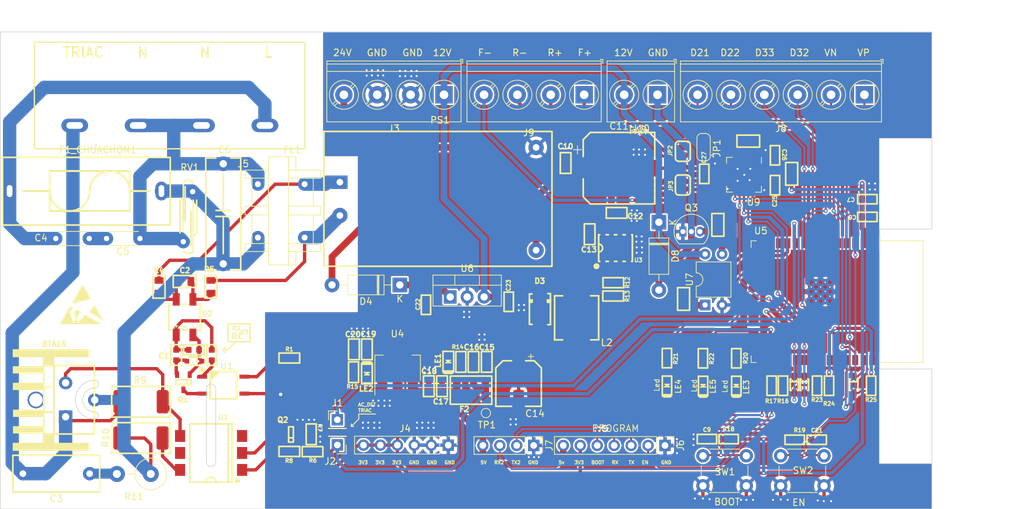
<source format=kicad_pcb>
(kicad_pcb (version 20221018) (generator pcbnew)
  (layers (0 "F.Cu" signal) (31 "B.Cu" signal) (34 "B.Paste" user) (35 "F.Paste" user) (36 "B.SilkS" user "B.Silkscreen") (37 "F.SilkS" user "F.Silkscreen") (38 "B.Mask" user) (39 "F.Mask" user) (44 "Edge.Cuts" user))
  (net 0 "")
  (net 1 "Net-(D2-+)")
  (net 2 "Net-(C3-Pad1)")
  (net 3 "Net-(R2-Pad1)")
  (net 4 "GND")
  (net 5 "Net-(C2-Pad1)")
  (net 6 "Net-(C2-Pad2)")
  (net 7 "Net-(D2--)")
  (net 8 "Net-(Q2-B)")
  (net 9 "Net-(Q2-C)")
  (net 10 "Net-(R8-Pad2)")
  (net 11 "Net-(R10-Pad1)")
  (net 14 "Net-(BTA16-G)")
  (net 15 "/NGUON+")
  (net 16 "Net-(Q1-E)")
  (net 17 "Net-(Q1-C)")
  (net 18 "Earth")
  (net 19 "/5v_BS")
  (net 20 "+5V")
  (net 21 "+3.3V")
  (net 22 "Net-(LE2-Pad1)")
  (net 23 "Net-(U3-BOOT)")
  (net 24 "/PH")
  (net 25 "Net-(LE1-Pad1)")
  (net 26 "/FB")
  (net 30 "Line   ")
  (net 31 "/esp32/ESP_RST")
  (net 38 "/esp32/ESP_BOOT")
  (net 39 "Net-(U5-IO16)")
  (net 40 "/esp32/TX2")
  (net 42 "/esp32/ESP_RX")
  (net 43 "/esp32/ESP_TX")
  (net 44 "/esp32/RX2")
  (net 45 "Net-(U5-IO17)")
  (net 46 "Net-(D4-K)")
  (net 47 "/esp32/phathien_diem0")
  (net 48 "/esp32/ESP_TRIAC2")
  (net 49 "VP")
  (net 50 "VN")
  (net 51 "D33")
  (net 52 "D32")
  (net 53 "/triac+nguon/24V")
  (net 54 "/triac+nguon/12v")
  (net 55 "/triac+nguon/NGUON-")
  (net 56 "/triac+nguon/ACdet-")
  (net 57 "/triac+nguon/ACdet+")
  (net 58 "/triac+nguon/TRIAC2")
  (net 59 "Net-(LE3-Pad1)")
  (net 60 "Net-(LE4-Pad1)")
  (net 61 "Net-(LE5-Pad1)")
  (net 62 "Net-(U5-IO2)")
  (net 63 "Net-(U5-IO13)")
  (net 64 "Net-(U5-IO15)")
  (net 65 "Net-(U9-VDD)")
  (net 66 "/max31865/RTDIN+")
  (net 67 "/max31865/RTDIN-")
  (net 68 "Net-(U9-~{CS})")
  (net 69 "Net-(U9-SCLK)")
  (net 70 "/max31865/MAX31865.CLK")
  (net 71 "Net-(U9-SDI)")
  (net 72 "/max31865/FORCE+")
  (net 73 "/max31865/FORCE-")
  (net 74 "Net-(JP1-C)")
  (net 75 "/max31865/R2")
  (net 76 "/max31865/R1")
  (net 78 "/max31865/MAX31865_INT")
  (net 82 "/max31865/MAX31865.SDI")
  (net 83 "/esp32/MAX31865.CS")
  (net 84 "/esp32/MAX31865.CLK")
  (net 85 "/esp32/MAX31865.SDO")
  (net 86 "/esp32/MAX31865.SDI")
  (net 87 "Net-(D8-A)")
  (net 88 "Net-(Q3-B)")
  (net 89 "Net-(R27-Pad2)")
  (net 90 "Net-(R28-Pad1)")
  (net 92 "/esp32/esp_fan")
  (net 93 "D22")
  (net 94 "D21")
  (net 97 "/max31865/12v")
  (footprint "TerminalBlock_Phoenix:TerminalBlock_Phoenix_PT-1,5-6-5.0-H_1x06_P5.00mm_Horizontal" (layer "F.Cu") (at 172.3 47 180)
    (fp_text reference "J8")
    (fp_text value "Conn_01x06_Pin")
  )
  (footprint "IVS_FOOTPRINTS:C_0603" (layer "F.Cu") (at 69.175 86 -90)
    (fp_text reference "C1")
    (fp_text value "10uF")
  )
  (footprint "IVS_FOOTPRINTS:R_0805" (layer "F.Cu") (at 150.34 66.5 -90)
    (fp_text reference "R28" hide)
    (fp_text value "4.7K")
  )
  (footprint "IVS_FOOTPRINTS:R_2512" (layer "F.Cu") (at 63.9 93)
    (fp_text reference "R9")
    (fp_text value "330R")
  )
  (footprint "IVS_FOOTPRINTS:C_0603" (layer "F.Cu") (at 148.7 98.6 180)
    (fp_text reference "C9")
    (fp_text value "100nF")
  )
  (footprint "IVS_FOOTPRINTS:PowerSuppy-ACDC-HLK_P01" (layer "F.Cu") (at 93.7 60.1)
    (fp_text reference "PS1")
    (fp_text value "HLK-PM01")
  )
  (footprint "IVS_FOOTPRINTS:C_0603" (layer "F.Cu") (at 127.525 57.23 90)
    (fp_text reference "C10")
    (fp_text value "100nF")
  )
  (footprint "IVS_FOOTPRINTS:LED_0603" (layer "F.Cu") (at 153.104787 90.579787 90)
    (fp_text reference "LE3")
    (fp_text value "Led")
  )
  (footprint "IVS_FOOTPRINTS:R_0603" (layer "F.Cu") (at 160.1 90.6 -90)
    (fp_text reference "R16")
    (fp_text value "100R")
  )
  (footprint "IVS_FOOTPRINTS:R_0805" (layer "F.Cu") (at 66.6 75.775 90)
    (fp_text reference "R4")
    (fp_text value "180k")
  )
  (footprint "IVS_FOOTPRINTS:R_0805" (layer "F.Cu") (at 74.375 75.775 90)
    (fp_text reference "R5")
    (fp_text value "180k")
  )
  (footprint "IVS_FOOTPRINTS:Bridge_MB10F-13" (layer "F.Cu") (at 70.425 80.325 90)
    (fp_text reference "D2")
    (fp_text value "MB10F")
  )
  (footprint "IVS_FOOTPRINTS:Package-Diode-D_SOD_323" (layer "F.Cu") (at 170.7 90.45 -90)
    (fp_text reference "D7" hide)
    (fp_text value "D_Diode")
  )
  (footprint "IVS_FOOTPRINTS:SolderJumper-2_P1.3mm_Open_RoundedPad1.0x1.5mm" (layer "F.Cu") (at 145.1 55.5 90)
    (fp_text reference "JP2")
    (fp_text value "SolderJumper_2_Open" hide)
  )
  (footprint "IVS_FOOTPRINTS:R_0603" (layer "F.Cu") (at 165.2 90.6 90)
    (fp_text reference "R23")
    (fp_text value "100R")
  )
  (footprint "IVS_FOOTPRINTS:C_0603" (layer "F.Cu") (at 113.725 87.0258 90)
    (fp_text reference "C16")
    (fp_text value "100nF")
  )
  (footprint "IVS_FOOTPRINTS:Package-Diode-D_SOD_323" (layer "F.Cu") (at 161.8 90.45 -90)
    (fp_text reference "D5" hide)
    (fp_text value "D_Diode")
  )
  (footprint "IVS_FOOTPRINTS:C_0603" (layer "F.Cu") (at 172.735 65.3)
    (fp_text reference "C8")
    (fp_text value "100nF")
  )
  (footprint "IVS_FOOTPRINTS:L_6.6x6.6" (layer "F.Cu") (at 129.175 80.425 -90)
    (fp_text reference "L2")
    (fp_text value "15uH")
  )
  (footprint "Capacitor_THT:C_Disc_D4.3mm_W1.9mm_P5.00mm" (layer "F.Cu") (at 58.7375 68.545)
    (fp_text reference "C5")
    (fp_text value "471/2k")
  )
  (footprint "IVS_FOOTPRINTS:DIL06-SMD" (layer "F.Cu") (at 74.4 100.7 90)
    (fp_text reference "U2")
    (fp_text value "MOC3021")
  )
  (footprint "IVS_FOOTPRINTS:CP_Alu_SMD_10x10.5mm" (layer "F.Cu") (at 135.525 58.005)
    (fp_text reference "C11")
    (fp_text value "470uF/35V")
  )
  (footprint "IVS_FOOTPRINTS:OPTO_EL357N-G" (layer "F.Cu") (at 76.225 90.5125)
    (fp_text reference "U1")
    (fp_text value "EL357")
  )
  (footprint "IVS_FOOTPRINTS:SOT23-3" (layer "F.Cu") (at 86.375 97.9 90)
    (fp_text reference "Q2")
    (fp_text value "1AM")
  )
  (footprint "IVS_FOOTPRINTS:R_0603" (layer "F.Cu") (at 74.5 86 90)
    (fp_text reference "R2")
    (fp_text value "1k")
  )
  (footprint "Connector_PinHeader_2.54mm:PinHeader_1x01_P2.54mm_Vertical" (layer "F.Cu") (at 93.325 95.7)
    (fp_text reference "J1")
    (fp_text value "phat_hien_diem_0" hide)
  )
  (footprint "IVS_FOOTPRINTS:C_0603" (layer "F.Cu") (at 115.7 87.0258 90)
    (fp_text reference "C15")
    (fp_text value "10uF")
  )
  (footprint "IVS_FOOTPRINTS:C_0603" (layer "F.Cu") (at 95.8 85.15 -90)
    (fp_text reference "C20")
    (fp_text value "100nF")
  )
  (footprint "IVS_FOOTPRINTS:SOT23-3" (layer "F.Cu") (at 70.25 90.075 180)
    (fp_text reference "Q1")
    (fp_text value "NPN")
  )
  (footprint "IVS_FOOTPRINTS:R_0603" (layer "F.Cu") (at 148.1 86.490573 -90)
    (fp_text reference "R22")
    (fp_text value "1k")
  )
  (footprint "IVS_FOOTPRINTS:Package-Diode-D_SMA" (layer "F.Cu") (at 123.65 79 -90)
    (fp_text reference "D3")
    (fp_text value "SS54" hide)
  )
  (footprint "IVS_FOOTPRINTS:R_0603" (layer "F.Cu") (at 151.95 98.6 180)
    (fp_text reference "R18")
    (fp_text value "10k" hide)
  )
  (footprint "IVS_FOOTPRINTS:C_Disc_D12.5mm_W5.0mm_P10.00mm" (layer "F.Cu") (at 56.2 103.775 180)
    (fp_text reference "C3")
    (fp_text value "0.01uF")
  )
  (footprint "Package_TO_SOT_SMD:SOT-223-3_TabPin2" (layer "F.Cu") (at 102.35 87.925 90)
    (fp_text reference "U4")
    (fp_text value "AMS1117-3.3")
  )
  (footprint "Capacitor_THT:C_Disc_D4.3mm_W1.9mm_P5.00mm" (layer "F.Cu") (at 51.1375 68.545)
    (fp_text reference "C4")
    (fp_text value "471/2k")
  )
  (footprint "IVS_FOOTPRINTS:R_0603" (layer "F.Cu") (at 111.825 87.025 90)
    (fp_text reference "R14")
    (fp_text value "1k")
  )
  (footprint "IVS_FOOTPRINTS:R_0603" (layer "F.Cu") (at 161.85 98.7)
    (fp_text reference "R19")
    (fp_text value "10k")
  )
  (footprint "Package_TO_SOT_THT:TO-92_Inline" (layer "F.Cu") (at 145.1 67.5)
    (fp_text reference "Q3")
    (fp_text value "2SC1815")
  )
  (footprint "Connector_PinHeader_2.54mm:PinHeader_1x04_P2.54mm_Vertical" (layer "F.Cu") (at 122.74 99.55 -90)
    (fp_text reference "J7")
    (fp_text value "Conn_01x04_Pin")
  )
  (footprint "IVS_FOOTPRINTS:SOIC8E(EXPOSED PAD)" (layer "F.Cu") (at 135.025 69.975 90)
    (fp_text reference "U3")
    (fp_text value "TPS5430DDA" hide)
  )
  (footprint "RF_Module:ESP32-WROOM-32D" (layer "F.Cu") (at 165.205 78 -90)
    (fp_text reference "U5")
    (fp_text value "ESP32-WROOM-32UE")
  )
  (footprint "IVS_FOOTPRINTS:C_0603" (layer "F.Cu") (at 165.15 98.7)
    (fp_text reference "C21")
    (fp_text value "10uF")
  )
  (footprint "IVS_FOOTPRINTS:ACFilterChoke-UU9.8" (layer "F.Cu") (at 85.0125 64.35 -90)
    (fp_text reference "FL1" hide)
    (fp_text value "10mH")
  )
  (footprint "IVS_FOOTPRINTS:LED_0603" (layer "F.Cu") (at 97.75 88.818787 -90)
    (fp_text reference "LE2")
    (fp_text value "Led")
  )
  (footprint "IVS_FOOTPRINTS:LED_0603" (layer "F.Cu") (at 109.95 86.95 90)
    (fp_text reference "LE1")
    (fp_text value "Led")
  )
  (footprint "IVS_FOOTPRINTS:C_0603" (layer "F.Cu") (at 106.6 78.475 -90)
    (fp_text reference "C22")
    (fp_text value "330nF")
  )
  (footprint "IVS_FOOTPRINTS:R_0603" (layer "F.Cu") (at 173.3 90.6 90)
    (fp_text reference "R25")
    (fp_text value "100R")
  )
  (footprint "Connector_PinHeader_2.54mm:PinHeader_1x01_P2.54mm_Vertical" (layer "F.Cu") (at 93.325 99.475 180)
    (fp_text reference "J2")
    (fp_text value "xung pwm dieu khien" hide)
  )
  (footprint "IVS_FOOTPRINTS:TerminalBlock_Screw_HB9500_4P_P9.5mm" (layer "F.Cu") (at 68.19 46.15 180)
    (fp_text reference "J5")
    (fp_text value "Screw_Terminal_01x04")
  )
  (footprint "TerminalBlock_Phoenix:TerminalBlock_Phoenix_PT-1,5-4-5.0-H_1x04_P5.00mm_Horizontal" (layer "F.Cu") (at 130.3 47 180)
    (fp_text reference "J9")
    (fp_text value "Conn_01x04_Pin")
  )
  (footprint "IVS_FOOTPRINTS:C_0603" (layer "F.Cu") (at 172.735 62.65)
    (fp_text reference "C7")
    (fp_text value "10uF")
  )
  (footprint "IVS_FOOTPRINTS:R_0603" (layer "F.Cu") (at 89.4 97.875 -90)
    (fp_text reference "R7")
    (fp_text value "10k")
  )
  (footprint "IVS_FOOTPRINTS:C_0603" (layer "F.Cu") (at 109 90.675 -90)
    (fp_text reference "C17")
    (fp_text value "1uF")
  )
  (footprint "IVS_FOOTPRINTS:R_0805" (layer "F.Cu") (at 161.4 58.85 90)
    (fp_text reference "FB1" hide)
    (fp_text value "FerriteBead" hide)
  )
  (footprint "IVS_FOOTPRINTS:LED_0603" (layer "F.Cu") (at 148.123935 90.579786 90)
    (fp_text reference "LE5")
    (fp_text value "Led")
  )
  (footprint "Button_Switch_THT:SW_PUSH_6mm_H4.3mm" (layer "F.Cu") (at 166.25 105.6 180)
    (fp_text reference "SW2")
    (fp_text value "SW_Push")
  )
  (footprint "IVS_FOOTPRINTS:TO-220-3_Vertical_heatsink_cutBoard" (layer "F.Cu") (at 50.855 92.735 90)
    (fp_text reference "BTA16")
    (fp_text value "TRIAC")
    (fp_arc (start -2.849992 6.1) (mid 0.050007 3.200001) (end 2.950006 6.1) (stroke (width 0.1)) (layer "Edge.Cuts"))
    (fp_arc (start -1.8 6.1) (mid -2.324996 6.624996) (end -2.849992 6.1) (stroke (width 0.1)) (layer "Edge.Cuts"))
    (fp_arc (start -1.8 6.1) (mid 0 4.3) (end 1.8 6.1) (stroke (width 0.1)) (layer "Edge.Cuts"))
    (fp_arc (start 2.950006 6.1) (mid 2.375003 6.675003) (end 1.8 6.1) (stroke (width 0.1)) (layer "Edge.Cuts"))
  )
  (footprint "Connector_PinHeader_2.54mm:PinHeader_1x07_P2.54mm_Vertical" (layer "F.Cu") (at 142.42 99.55 -90)
    (fp_text reference "J6")
    (fp_text value "Conn_01x07_Pin")
  )
  (footprint "TestPoint:TestPoint_Pad_D1.0mm" (layer "F.Cu") (at 115.575 94.696893)
    (fp_text reference "TP1")
    (fp_text value "5V")
  )
  (footprint "Package_DIP:DIP-4_W7.62mm" (layer "F.Cu") (at 148.425 78.5 90)
    (fp_text reference "U7")
    (fp_text value "PC817")
  )
  (footprint "Connector_PinHeader_2.54mm:PinHeader_1x06_P2.54mm_Vertical" (layer "F.Cu") (at 109.935 99.5 -90)
    (fp_text reference "J4")
    (fp_text value "Conn_01x06_Pin" hide)
  )
  (footprint "IVS_FOOTPRINTS:C_0603" (layer "F.Cu") (at 148.3 58.85 -90)
    (fp_text reference "C27")
    (fp_text value "100nF")
  )
  (footprint "IVS_FOOTPRINTS:C_0603" (layer "F.Cu") (at 119 78.025 -90)
    (fp_text reference "C23")
    (fp_text value "100nF")
  )
  (footprint "IVS_FOOTPRINTS:R_0603" (layer "F.Cu") (at 71.825 85.225)
    (fp_text reference "R3")
    (fp_text value "22k")
  )
  (footprint "IVS_FOOTPRINTS:R_0603" (layer "F.Cu") (at 86.125 100.45 180)
    (fp_text reference "R8")
    (fp_text value "470R")
  )
  (footprint "IVS_FOOTPRINTS:R_2512" (layer "F.Cu") (at 63.9 98.4375 180)
    (fp_text reference "R10")
    (fp_text value "330R")
  )
  (footprint "Jumper:SolderJumper-3_P1.3mm_Bridged12_RoundedPad1.0x1.5mm" (layer "F.Cu") (at 148.2 54.85 90)
    (fp_text reference "JP1")
    (fp_text value "SolderJumper_3_Open")
  )
  (footprint "IVS_FOOTPRINTS:R_0603" (layer "F.Cu") (at 142.7 86.462574 -90)
    (fp_text reference "R21")
    (fp_text value "1k")
  )
  (footprint "IVS_FOOTPRINTS:R_0603" (layer "F.Cu") (at 95.75 88.575 -90)
    (fp_text reference "R15")
    (fp_text value "1k")
  )
  (footprint "IVS_FOOTPRINTS:C_0603" (layer "F.Cu") (at 131.125 67.9 90)
    (fp_text reference "C13")
    (fp_text value "10nF")
  )
  (footprint "TerminalBlock_Phoenix:TerminalBlock_Phoenix_PT-1,5-2-5.0-H_1x02_P5.00mm_Horizontal" (layer "F.Cu") (at 141.3 47 180)
    (fp_text reference "J10")
    (fp_text value "Conn_01x02_Pin")
  )
  (footprint "Package_DFN_QFN:TQFN-20-1EP_5x5mm_P0.65mm_EP3.25x3.25mm" (layer "F.Cu") (at 154.25 58.9875 -90)
    (fp_text reference "U9")
    (fp_text value "MAX31865xTP")
  )
  (footprint "TerminalBlock_Phoenix:TerminalBlock_Phoenix_PT-1,5-4-5.0-H_1x04_P5.00mm_Horizontal" (layer "F.Cu") (at 109.3 47 180)
    (fp_text reference "J3")
    (fp_text value "Conn_01x04_Pin")
  )
  (footprint "IVS_FOOTPRINTS:R_0805" (layer "F.Cu") (at 145.2 77.6 -90)
    (fp_text reference "R27" hide)
    (fp_text value "4.7K")
  )
  (footprint "IVS_FOOTPRINTS:R_0603" (layer "F.Cu") (at 167 90.6 90)
    (fp_text reference "R24")
    (fp_text value "100R")
  )
  (footprint "IVS_FOOTPRINTS:Fuse_1812_4532Metric" (layer "F.Cu") (at 113.35 91.271893 180)
    (fp_text reference "F2")
    (fp_text value "1A/5V" hide)
  )
  (footprint "IVS_FOOTPRINTS:R_0603" (layer "F.Cu") (at 134.65 77.1625 180)
    (fp_text reference "R13")
    (fp_text value "10k")
  )
  (footprint "Diode_THT:D_DO-41_SOD81_P10.16mm_Horizontal" (layer "F.Cu") (at 102.68 75.5 180)
    (fp_text reference "D4")
    (fp_text value "1N4002")
  )
  (footprint "IVS_FOOTPRINTS:LED_0603" (layer "F.Cu") (at 142.714361 90.551787 90)
    (fp_text reference "LE4")
    (fp_text value "Led")
  )
  (footprint "Symbol:ESD-Logo_6.6x6mm_SilkScreen" (layer "F.Cu") (at 55 78.4)
    (fp_text reference "REF**" hide)
    (fp_text value "ESD-Logo_6.6x6mm_SilkScreen" hide)
  )
  (footprint "IVS_FOOTPRINTS:C_0603" (layer "F.Cu") (at 158.9 60.55 -90)
    (fp_text reference "C25")
    (fp_text value "100nF")
  )
  (footprint "IVS_FOOTPRINTS:R_0603" (layer "F.Cu") (at 158.4 90.6 -90)
    (fp_text reference "R17")
    (fp_text value "100R")
  )
  (footprint "IVS_FOOTPRINTS:C_0805" (layer "F.Cu") (at 70.425 74.975)
    (fp_text reference "C2")
    (fp_text value "10nF")
  )
  (footprint "IVS_FOOTPRINTS:Package-Diode-D_SOD_323" (layer "F.Cu") (at 163.3 90.45 -90)
    (fp_text reference "D6" hide)
    (fp_text value "D_Diode")
  )
  (footprint "IVS_FOOTPRINTS:C_Rect_L16.5mm_W5.0mm_P15.00mm_MKT" (layer "F.Cu") (at 76.2125 64.85 -90)
    (fp_text reference "C6")
    (fp_text value "0.1uF/275VAC")
  )
  (footprint "IVS_FOOTPRINTS:CP_Alu_SMD_6.3x7.7mm" (layer "F.Cu") (at 120.475 90.271893 -90)
    (fp_text reference "C14")
    (fp_text value "330uF/6v3")
  )
  (footprint "IVS_FOOTPRINTS:SolderJumper-2_P1.3mm_Open_RoundedPad1.0x1.5mm" (layer "F.Cu") (at 145.1 60.55 90)
    (fp_text reference "JP3")
    (fp_text value "SolderJumper_2_Open" hide)
  )
  (footprint "IVS_FOOTPRINTS:D_SOD323" (layer "F.Cu") (at 71.9 86.925 180)
    (fp_text reference "D1")
    (fp_text value "1N4148")
  )
  (footprint "IVS_FOOTPRINTS:Varistor-RV-Disc-D12mm-W3.9mm-P7.5mm" (layer "F.Cu") (at 70.2375 69.02 90)
    (fp_text reference "RV1")
    (fp_text value "10D561")
  )
  (footprint "IVS_FOOTPRINTS:C_0603" (layer "F.Cu") (at 97.75 85.15 -90)
    (fp_text reference "C19")
    (fp_text value "1uF")
  )
  (footprint "IVS_FOOTPRINTS:Fuse_HolderGlass5x20mm" (layer "F.Cu") (at 44.2125 61.43)
    (fp_text reference "F1_CHƯACHỌN1")
    (fp_text value "1A/1.5A/6.5A")
  )
  (footprint "IVS_FOOTPRINTS:R_0603" (layer "F.Cu") (at 89.6 100.475 180)
    (fp_text reference "R6")
    (fp_text value "470R")
  )
  (footprint "Diode_THT:D_DO-41_SOD81_P10.16mm_Horizontal" (layer "F.Cu") (at 141.5 66.1 -90)
    (fp_text reference "D8")
    (fp_text value "1N4007")
  )
  (footprint "Button_Switch_THT:SW_PUSH_6mm_H4.3mm" (layer "F.Cu") (at 148.1 101.1)
    (fp_text reference "SW1")
    (fp_text value "SW_Push")
  )
  (footprint "IVS_FOOTPRINTS:R_0603" (layer "F.Cu") (at 86.125 86.45 180)
    (fp_text reference "R1")
    (fp_text value "1k")
  )
  (footprint "IVS_FOOTPRINTS:C_0603" (layer "F.Cu") (at 107.025 90.675 -90)
    (fp_text reference "C18")
    (fp_text value "100nF")
  )
  (footprint "IVS_FOOTPRINTS:R_0603" (layer "F.Cu") (at 153.1 86.490574 -90)
    (fp_text reference "R20")
    (fp_text value "1k")
  )
  (footprint "Resistor_THT:R_Axial_DIN0414_L11.9mm_D4.5mm_P5.08mm_Vertical" (layer "F.Cu") (at 65.365 103.825 180)
    (fp_text reference "R11")
    (fp_text value "39R")
  )
  (footprint "Package_TO_SOT_THT:TO-220-3_Vertical" (layer "F.Cu") (at 110.23 77.3)
    (fp_text reference "U6")
    (fp_text value "LM7812_TO220")
  )
  (footprint "IVS_FOOTPRINTS:R_0603" (layer "F.Cu") (at 134.675 75.1625 180)
    (fp_text reference "R12")
    (fp_text value "3k3")
  )
  (footprint "IVS_FOOTPRINTS:C_0603" (layer "F.Cu") (at 158.9 56.075 90)
    (fp_text reference "C26")
    (fp_text value "100nF")
  )
  (footprint "IVS_FOOTPRINTS:R_0805" (layer "F.Cu") (at 154.9 53.95)
    (fp_text reference "R26" hide)
    (fp_text value "400R")
  )
  (footprint "IVS_FOOTPRINTS:C_0603" (layer "F.Cu") (at 135.165 64.7)
    (fp_text reference "C12")
    (fp_text value "100nF")
  )
  (gr_line (start 76.55 84.8) (end 76.125 85.225) (stroke (width 0.2)) (layer "F.SilkS"))
  (gr_line (start 96.525 95.6) (end 95.425 96.7) (stroke (width 0.15)) (layer "F.SilkS"))
  (gr_line (start 95.425 96.35) (end 95.425 96.7) (stroke (width 0.15)) (layer "F.SilkS"))
  (gr_line (start 78.05 84.05) (end 76.875 85.225) (stroke (width 0.2)) (layer "F.SilkS"))
  (gr_line (start 95.425 96.7) (end 95.425 96.35) (stroke (width 0.15)) (layer "F.SilkS"))
  (gr_line (start 76.125 85.225) (end 76.5 85.6) (stroke (width 0.2)) (layer "F.SilkS"))
  (gr_line (start 96.525 94.85) (end 99.05 94.85) (stroke (width 0.15)) (layer "F.SilkS"))
  (gr_line (start 76.875 85.225) (end 76.125 85.225) (stroke (width 0.2)) (layer "F.SilkS"))
  (gr_line (start 95.425 96.7) (end 95.775 96.7) (stroke (width 0.15)) (layer "F.SilkS"))
  (gr_rect (start 76.95 81.325) (end 80.25 84) (stroke (width 0.2)) (fill none) (layer "F.SilkS"))
  (gr_line (start 96.525 94.85) (end 96.525 95.6) (stroke (width 0.15)) (layer "F.SilkS"))
  (gr_arc (start 73.704892 91.0375) (mid 74.4 90.342392) (end 75.095108 91.0375) (stroke (width 0.1)) (layer "Edge.Cuts"))
  (gr_line (start 42.82 109.07) (end 42.82 37.58) (stroke (width 0.1)) (layer "Edge.Cuts"))
  (gr_line (start 182.4 88.1) (end 182.4 109.07) (stroke (width 0.1)) (layer "Edge.Cuts"))
  (gr_line (start 75.095108 91.0375) (end 75.095108 102.0125) (stroke (width 0.1)) (layer "Edge.Cuts"))
  (gr_line (start 182.4 67.13) (end 174.6 67.13) (stroke (width 0.1)) (layer "Edge.Cuts"))
  (gr_line (start 174.6 67.13) (end 174.6 88.1) (stroke (width 0.1)) (layer "Edge.Cuts"))
  (gr_line (start 73.704892 91.0375) (end 73.704892 102.0125) (stroke (width 0.1)) (layer "Edge.Cuts"))
  (gr_line (start 182.4 109.07) (end 42.82 109.07) (stroke (width 0.1)) (layer "Edge.Cuts"))
  (gr_line (start 42.82 37.58) (end 182.4 37.6) (stroke (width 0.1)) (layer "Edge.Cuts"))
  (gr_line (start 182.4 37.6) (end 182.4 67.13) (stroke (width 0.1)) (layer "Edge.Cuts"))
  (gr_line (start 174.6 88.1) (end 182.4 88.1) (stroke (width 0.1)) (layer "Edge.Cuts"))
  (gr_arc (start 75.095108 102.0125) (mid 74.4 102.707608) (end 73.704892 102.0125) (stroke (width 0.1)) (layer "Edge.Cuts"))
  (gr_text "TRIAC" (at 96.35 94.6) (layer "F.SilkS") (effects (font (size 0.5 0.5) (thickness 0.125) bold) (justify left bottom)))
  (gr_text "EN" (at 161.4 108.1) (layer "F.SilkS") (effects (font (size 1 1)) (justify left)))
  (gr_text "BOOT" (at 149.7 108) (layer "F.SilkS") (effects (font (size 1 1)) (justify left)))
  (gr_text "24V   GND   GND  12V " (at 92.6 40.7) (layer "F.SilkS") (effects (font (size 1 1)) (justify left)))
  (gr_text "3V3   3V3   3V3   GND   GND   GND" (at 96.4 102.1) (layer "F.SilkS") (effects (font (size 0.5 0.5) (thickness 0.125) bold) (justify left)))
  (gr_text "FAN" (at 136.9 52.4) (layer "F.SilkS") (effects (font (size 1 1)) (justify left)))
  (gr_text "N\n" (at 74.44 39.67 180) (layer "F.SilkS") (effects (font (size 1.5 1.5) (thickness 0.25) bold) (justify left bottom)))
  (gr_text "L" (at 82.2 41.55) (layer "F.SilkS") (effects (font (size 1.5 1.5) (thickness 0.25) bold) (justify left bottom)))
  (gr_text "AC_DET" (at 96.35 93.725) (layer "F.SilkS") (effects (font (size 0.5 0.5) (thickness 0.125) bold) (justify left bottom)))
  (gr_text "F-    R-    R+   F+ " (at 114.3 40.7) (layer "F.SilkS") (effects (font (size 1 1)) (justify left)))
  (gr_text "5v    3V3   BOOT   RX    TX   EN     GND" (at 126.4 102.1) (layer "F.SilkS") (effects (font (size 0.5 0.5) (thickness 0.125) bold) (justify left)))
  (gr_text "5V   RX2   TX2   GND   " (at 114.7 102.1) (layer "F.SilkS") (effects (font (size 0.5 0.5) (thickness 0.125) bold) (justify left)))
  (gr_text "N\n" (at 65.11 39.71 180) (layer "F.SilkS") (effects (font (size 1.5 1.5) (thickness 0.25) bold) (justify left bottom)))
  (gr_text "12V   GND   " (at 134.7 40.7) (layer "F.SilkS") (effects (font (size 1 1)) (justify left)))
  (gr_text "PROGRAM" (at 135 97) (layer "F.SilkS") (effects (font (size 1 1) (thickness 0.125) bold)))
  (gr_text "TRIAC" (at 52.02 41.5) (layer "F.SilkS") (effects (font (size 1.5 1.5) (thickness 0.25) bold) (justify left bottom)))
  (gr_text "D21	 D22   D33   D32   VN    VP" (at 146.1 40.7) (layer "F.SilkS") (effects (font (size 1 1)) (justify left)))
  (segment (start 69.175 82.9875) (end 69.175 85.225) (width 0.5) (layer "F.Cu") (net 1))
  (segment (start 69.175 85.225) (end 71.05 85.225) (width 0.5) (layer "F.Cu") (net 1))
  (segment (start 69.175 81.8) (end 69.175 82.9875) (width 0.5) (layer "F.Cu") (net 1))
  (segment (start 70.1 80.875) (end 69.175 81.8) (width 0.5) (layer "F.Cu") (net 1))
  (segment (start 73.475 80.875) (end 70.1 80.875) (width 0.5) (layer "F.Cu") (net 1))
  (segment (start 74.5 85.225) (end 74.5 81.9) (width 0.5) (layer "F.Cu") (net 1))
  (segment (start 74.5 81.9) (end 73.475 80.875) (width 0.5) (layer "F.Cu") (net 1))
  (segment (start 60.235 103.775) (end 60.285 103.825) (width 1.5) (layer "B.Cu") (net 2))
  (segment (start 56.2 103.775) (end 60.235 103.775) (width 1.5) (layer "B.Cu") (net 2))
  (segment (start 74.5 87.7925) (end 74.5 86.775) (width 0.5) (layer "F.Cu") (net 3))
  (segment (start 73.05 89.2425) (end 74.5 87.7925) (width 0.5) (layer "F.Cu") (net 3))
  (segment (start 79.4175 91.8) (end 79.4 91.7825) (width 0.5) (layer "F.Cu") (net 4))
  (segment (start 147.925 98.6) (end 146.7 98.6) (width 0.5) (layer "F.Cu") (net 4))
  (segment (start 173.455 69.25) (end 173.455 79.895) (width 0.75) (layer "F.Cu") (net 4))
  (segment (start 173.45 80.9) (end 168.2 80.9) (width 0.75) (layer "F.Cu") (net 4))
  (segment (start 151.8125 60.2875) (end 151.8 61.1) (width 0.3) (layer "F.Cu") (net 4))
  (segment (start 165 76.5) (end 165.01 76.5) (width 0.75) (layer "F.Cu") (net 4))
  (segment (start 84.7075 91.7825) (end 79.4 91.7825) (width 0.5) (layer "F.Cu") (net 4))
  (segment (start 165.01 76.5) (end 165.035 76.475) (width 0.75) (layer "F.Cu") (net 4))
  (segment (start 151.8 61.1) (end 151.8125 60.9875) (width 0.3) (layer "F.Cu") (net 4))
  (segment (start 173.455 86.75) (end 173.45 86.745) (width 0.75) (layer "F.Cu") (net 4))
  (segment (start 142.47 99.6) (end 142.42 99.55) (width 0.5) (layer "F.Cu") (net 4))
  (segment (start 123.1 54.9) (end 123.1 55.375) (width 1) (layer "F.Cu") (net 4))
  (segment (start 154.6 107.7) (end 154.6 105.6) (width 0.5) (layer "F.Cu") (net 4))
  (segment (start 161.405 76.5) (end 165 76.5) (width 0.75) (layer "F.Cu") (net 4))
  (segment (start 84.825 92) (end 84.825 91.9) (width 0.5) (layer "F.Cu") (net 4))
  (segment (start 157.195 72.29) (end 161.405 76.5) (width 0.75) (layer "F.Cu") (net 4))
  (segment (start 166.2 107.9) (end 166.25 107.85) (width 0.5) (layer "F.Cu") (net 4))
  (segment (start 173.45 86.745) (end 173.45 79.9) (width 0.75) (layer "F.Cu") (net 4))
  (segment (start 173.51 69.195) (end 173.455 69.25) (width 0.75) (layer "F.Cu") (net 4))
  (segment (start 148.1 107.5) (end 148.1 105.6) (width 0.5) (layer "F.Cu") (net 4))
  (segment (start 144.2 99.6) (end 142.47 99.6) (width 0.5) (layer "F.Cu") (net 4))
  (segment (start 156.6875 60.2875) (end 155.5875 60.2875) (width 0.5) (layer "F.Cu") (net 4))
  (segment (start 84.825 91.9) (end 84.7075 91.7825) (width 0.5) (layer "F.Cu") (net 4))
  (segment (start 155.1 59.8) (end 155.3 60) (width 0.5) (layer "F.Cu") (net 4))
  (segment (start 167.135 79.835) (end 167.135 76.5) (width 0.75) (layer "F.Cu") (net 4))
  (segment (start 173.51 62.65) (end 173.51 65.3) (width 0.75) (layer "F.Cu") (net 4))
  (segment (start 168.2 80.9) (end 167.135 79.835) (width 0.75) (layer "F.Cu") (net 4))
  (segment (start 155.695 72.29) (end 157.195 72.29) (width 0.75) (layer "F.Cu") (net 4))
  (segment (start 158.9 55.3) (end 157.5 55.3) (width 0.5) (layer "F.Cu") (net 4))
  (segment (start 173.51 65.3) (end 173.51 69.195) (width 0.75) (layer "F.Cu") (net 4))
  (segment (start 159.75 107.65) (end 159.75 105.6) (width 0.5) (layer "F.Cu") (net 4))
  (segment (start 155.5875 60.2875) (end 155.1 59.8) (width 0.5) (layer "F.Cu") (net 4))
  (segment (start 166.25 107.85) (end 166.25 105.6) (width 0.5) (layer "F.Cu") (net 4))
  (segment (start 151.8125 60.2875) (end 153.0125 60.2875) (width 0.3) (layer "F.Cu") (net 4))
  (segment (start 173.455 79.895) (end 173.45 79.9) (width 0.75) (layer "F.Cu") (net 4))
  (via blind (at 154.6 107.7) (size 0.6) (drill 0.3) (layers "F.Cu" "B.Cu") (net 4))
  (via blind (at 98.675 93.625) (size 0.6) (drill 0.3) (layers "F.Cu" "B.Cu") (net 4))
  (via blind (at 97.15 82.825) (size 0.6) (drill 0.3) (layers "F.Cu" "B.Cu") (net 4))
  (via blind (at 137.425 65.125) (size 0.6) (drill 0.3) (layers "F.Cu" "B.Cu") (net 4))
  (via blind (at 98.5 43.325) (size 0.6) (drill 0.3) (layers "F.Cu" "B.Cu") (net 4))
  (via blind (at 120.5 78.5) (size 0.6) (drill 0.3) (layers "F.Cu" "B.Cu") (net 4))
  (via blind (at 107.175 87.825) (size 0.6) (drill 0.3) (layers "F.Cu" "B.Cu") (net 4))
  (via blind (at 107.975 88.625) (size 0.6) (drill 0.3) (layers "F.Cu" "B.Cu") (net 4))
  (via blind (at 138.225 65.1) (size 0.6) (drill 0.3) (layers "F.Cu" "B.Cu") (net 4))
  (via blind (at 115.375 82.925) (size 0.6) (drill 0.3) (layers "F.Cu" "B.Cu") (net 4))
  (via blind (at 153.8 107.7) (size 0.6) (drill 0.3) (layers "F.Cu" "B.Cu") (net 4))
  (via blind (at 154.3 59) (size 0.6) (drill 0.3) (layers "F.Cu" "B.Cu") (net 4))
  (via blind (at 97.15 82.025) (size 0.6) (drill 0.3) (layers "F.Cu" "B.Cu") (net 4))
  (via blind (at 137.725 55.2) (size 0.6) (drill 0.3) (layers "F.Cu" "B.Cu") (net 4))
  (via blind (at 148.1 107.5) (size 0.6) (drill 0.3) (layers "F.Cu" "B.Cu") (net 4))
  (via blind (at 173.9 61.2) (size 0.6) (drill 0.3) (layers "F.Cu" "B.Cu") (net 4))
  (via blind (at 138.175 69.875) (size 0.6) (drill 0.3) (layers "F.Cu" "B.Cu") (net 4))
  (via blind (at 99.65 96.9) (size 0.6) (drill 0.3) (layers "F.Cu" "B.Cu") (net 4))
  (via blind (at 102.7 43.425) (size 0.6) (drill 0.3) (layers "F.Cu" "B.Cu") (net 4))
  (via blind (at 127.125 55.025) (size 0.6) (drill 0.3) (layers "F.Cu" "B.Cu") (net 4))
  (via blind (at 112.3 79.525) (size 0.6) (drill 0.3) (layers "F.Cu" "B.Cu") (net 4))
  (via blind (at 90.75 98.2) (size 0.6) (drill 0.3) (layers "F.Cu" "B.Cu") (net 4))
  (via blind (at 90.75 99) (size 0.6) (drill 0.3) (layers "F.Cu" "B.Cu") (net 4))
  (via blind (at 102.7 44.225) (size 0.6) (drill 0.3) (layers "F.Cu" "B.Cu") (net 4))
  (via blind (at 98.675 92.825) (size 0.6) (drill 0.3) (layers "F.Cu" "B.Cu") (net 4))
  (via blind (at 104.4 43.425) (size 0.6) (drill 0.3) (layers "F.Cu" "B.Cu") (net 4))
  (via blind (at 106.375 88.625) (size 0.6) (drill 0.3) (layers "F.Cu" "B.Cu") (net 4))
  (via blind (at 138.525 55.2) (size 0.6) (drill 0.3) (layers "F.Cu" "B.Cu") (net 4))
  (via blind (at 160.8 107.7) (size 0.6) (drill 0.3) (layers "F.Cu" "B.Cu") (net 4))
  (via blind (at 137.725 56) (size 0.6) (drill 0.3) (layers "F.Cu" "B.Cu") (net 4))
  (via blind (at 157.3 61.3) (size 0.6) (drill 0.3) (layers "F.Cu" "B.Cu") (net 4))
  (via blind (at 144.225 100.7) (size 0.6) (drill 0.3) (layers "F.Cu" "B.Cu") (net 4))
  (via blind (at 138.175 70.675) (size 0.6) (drill 0.3) (layers "F.Cu" "B.Cu") (net 4))
  (via blind (at 90.75 96.5) (size 0.6) (drill 0.3) (layers "F.Cu" "B.Cu") (net 4))
  (via blind (at 120.075 96.4) (size 0.6) (drill 0.3) (layers "F.Cu" "B.Cu") (net 4))
  (via blind (at 120.075 95.625) (size 0.6) (drill 0.3) (layers "F.Cu" "B.Cu") (net 4))
  (via blind (at 105.2 43.425) (size 0.6) (drill 0.3) (layers "F.Cu" "B.Cu") (net 4))
  (via blind (at 151.8 61.1) (size 0.6) (drill 0.3) (layers "F.Cu" "B.Cu") (net 4))
  (via blind (at 106.95 96.925) (size 0.6) (drill 0.3) (layers "F.Cu" "B.Cu") (net 4))
  (via blind (at 114.575 83.725) (size 0.6) (drill 0.3) (layers "F.Cu" "B.Cu") (net 4))
  (via blind (at 146.7 99.5) (size 0.6) (drill 0.3) (layers "F.Cu" "B.Cu") (net 4))
  (via blind (at 122 101.3) (size 0.6) (drill 0.3) (layers "F.Cu" "B.Cu") (net 4))
  (via blind (at 99.475 92.825) (size 0.6) (drill 0.3) (layers "F.Cu" "B.Cu") (net 4))
  (via blind (at 95.45 82.025) (size 0.6) (drill 0.3) (layers "F.Cu" "B.Cu") (net 4))
  (via blind (at 149.1 107.6) (size 0.6) (drill 0.3) (layers "F.Cu" "B.Cu") (net 4))
  (via blind (at 100.375 93.625) (size 0.6) (drill 0.3) (layers "F.Cu" "B.Cu") (net 4))
  (via blind (at 106.375 87.825) (size 0.6) (drill 0.3) (layers "F.Cu" "B.Cu") (net 4))
  (via blind (at 98.85 96.125) (size 0.6) (drill 0.3) (layers "F.Cu" "B.Cu") (net 4))
  (via blind (at 97.7 44.125) (size 0.6) (drill 0.3) (layers "F.Cu" "B.Cu") (net 4))
  (via blind (at 139.425 55.2) (size 0.6) (drill 0.3) (layers "F.Cu" "B.Cu") (net 4))
  (via blind (at 113.1 80.3) (size 0.6) (drill 0.3) (layers "F.Cu" "B.Cu") (net 4))
  (via blind (at 97.95 82.8) (size 0.6) (drill 0.3) (layers "F.Cu" "B.Cu") (net 4))
  (via blind (at 95.45 82.825) (size 0.6) (drill 0.3) (layers "F.Cu" "B.Cu") (net 4))
  (via blind (at 113.1 79.525) (size 0.6) (drill 0.3) (layers "F.Cu" "B.Cu") (net 4))
  (via blind (at 123.5 101.3) (size 0.6) (drill 0.3) (layers "F.Cu" "B.Cu") (net 4))
  (via blind (at 107.175 88.6) (size 0.6) (drill 0.3) (layers "F.Cu" "B.Cu") (net 4))
  (via blind (at 138.525 55.975) (size 0.6) (drill 0.3) (layers "F.Cu" "B.Cu") (net 4))
  (via blind (at 138.125 69.025) (size 0.6) (drill 0.3) (layers "F.Cu" "B.Cu") (net 4))
  (via blind (at 97.15 96.125) (size 0.6) (drill 0.3) (layers "F.Cu" "B.Cu") (net 4))
  (via blind (at 173.1 61.2) (size 0.6) (drill 0.3) (layers "F.Cu" "B.Cu") (net 4))
  (via blind (at 159.75 107.65) (size 0.6) (drill 0.3) (layers "F.Cu" "B.Cu") (net 4))
  (via blind (at 106.95 96.125) (size 0.6) (drill 0.3) (layers "F.Cu" "B.Cu") (net 4))
  (via blind (at 100.2 43.325) (size 0.6) (drill 0.3) (layers "F.Cu" "B.Cu") (net 4))
  (via blind (at 144.2 99.6) (size 0.6) (drill 0.3) (layers "F.Cu" "B.Cu") (net 4))
  (via blind (at 105.2 44.2) (size 0.6) (drill 0.3) (layers "F.Cu" "B.Cu") (net 4))
  (via blind (at 107.975 87.825) (size 0.6) (drill 0.3) (layers "F.Cu" "B.Cu") (net 4))
  (via blind (at 88.15 95.7) (size 0.6) (drill 0.3) (layers "F.Cu" "B.Cu") (net 4))
  (via blind (at 112.3 80.325) (size 0.6) (drill 0.3) (layers "F.Cu" "B.Cu") (net 4))
  (via blind (at 158.6 107.7) (size 0.6) (drill 0.3) (layers "F.Cu" "B.Cu") (net 4))
  (via blind (at 101.175 93.6) (size 0.6) (drill 0.3) (layers "F.Cu" "B.Cu") (net 4))
  (via blind (at 173 60.3) (size 0.6) (drill 0.3) (layers "F.Cu" "B.Cu") (net 4))
  (via blind (at 138.925 69) (size 0.6) (drill 0.3) (layers "F.Cu" "B.Cu") (net 4))
  (via blind (at 173.9 60.3) (size 0.6) (drill 0.3) (layers "F.Cu" "B.Cu") (net 4))
  (via blind (at 107.75 96.125) (size 0.6) (drill 0.3) (layers "F.Cu" "B.Cu") (net 4))
  (via blind (at 105.25 96.925) (size 0.6) (drill 0.3) (layers "F.Cu" "B.Cu") (net 4))
  (via blind (at 99.65 96.125) (size 0.6) (drill 0.3) (layers "F.Cu" "B.Cu") (net 4))
  (via blind (at 99.475 93.6) (size 0.6) (drill 0.3) (layers "F.Cu" "B.Cu") (net 4))
  (via blind (at 137.425 64.325) (size 0.6) (drill 0.3) (layers "F.Cu" "B.Cu") (net 4))
  (via blind (at 97.15 96.925) (size 0.6) (drill 0.3) (layers "F.Cu" "B.Cu") (net 4))
  (via blind (at 120.5 79.3) (size 0.6) (drill 0.3) (layers "F.Cu" "B.Cu") (net 4))
  (via blind (at 90.75 97.3) (size 0.6) (drill 0.3) (layers "F.Cu" "B.Cu") (net 4))
  (via blind (at 146.9 107.5) (size 0.6) (drill 0.3) (layers "F.Cu" "B.Cu") (net 4))
  (via blind (at 103.5 44.2) (size 0.6) (drill 0.3) (layers "F.Cu" "B.Cu") (net 4))
  (via blind (at 137.4 65.9) (size 0.6) (drill 0.3) (layers "F.Cu" "B.Cu") (net 4))
  (via blind (at 139.425 56) (size 0.6) (drill 0.3) (layers "F.Cu" "B.Cu") (net 4))
  (via blind (at 101.175 92.825) (size 0.6) (drill 0.3) (layers "F.Cu" "B.Cu") (net 4))
  (via blind (at 165.3 107.8) (size 0.6) (drill 0.3) (layers "F.Cu" "B.Cu") (net 4))
  (via blind (at 99.4 44.125) (size 0.6) (drill 0.3) (layers "F.Cu" "B.Cu") (net 4))
  (via blind (at 122.8 101.3) (size 0.6) (drill 0.3) (layers "F.Cu" "B.Cu") (net 4))
  (via blind (at 149.9 57.3) (size 0.6) (drill 0.3) (layers "F.Cu" "B.Cu") (net 4))
  (via blind (at 107.75 96.9) (size 0.6) (drill 0.3) (layers "F.Cu" "B.Cu") (net 4))
  (via blind (at 121.3 78.5) (size 0.6) (drill 0.3) (layers "F.Cu" "B.Cu") (net 4))
  (via blind (at 98.5 44.1) (size 0.6) (drill 0.3) (layers "F.Cu" "B.Cu") (net 4))
  (via blind (at 157.5 55.3) (size 0.6) (drill 0.3) (layers "F.Cu" "B.Cu") (net 4))
  (via blind (at 121.3 79.275) (size 0.6) (drill 0.3) (layers "F.Cu" "B.Cu") (net 4))
  (via blind (at 138.125 68.225) (size 0.6) (drill 0.3) (layers "F.Cu" "B.Cu") (net 4))
  (via blind (at 138.925 68.225) (size 0.6) (drill 0.3) (layers "F.Cu" "B.Cu") (net 4))
  (via blind (at 89.05 95.7) (size 0.6) (drill 0.3) (layers "F.Cu" "B.Cu") (net 4))
  (via blind (at 96.25 82.8) (size 0.6) (drill 0.3) (layers "F.Cu" "B.Cu") (net 4))
  (via blind (at 100.2 44.1) (size 0.6) (drill 0.3) (layers "F.Cu" "B.Cu") (net 4))
  (via blind (at 97.95 96.125) (size 0.6) (drill 0.3) (layers "F.Cu" "B.Cu") (net 4))
  (via blind (at 106.05 96.125) (size 0.6) (drill 0.3) (layers "F.Cu" "B.Cu") (net 4))
  (via blind (at 138.975 69.875) (size 0.6) (drill 0.3) (layers "F.Cu" "B.Cu") (net 4))
  (via blind (at 89.85 95.7) (size 0.6) (drill 0.3) (layers "F.Cu" "B.Cu") (net 4))
  (via blind (at 119.275 96.425) (size 0.6) (drill 0.3) (layers "F.Cu" "B.Cu") (net 4))
  (via blind (at 144.2 98.6) (size 0.6) (drill 0.3) (layers "F.Cu" "B.Cu") (net 4))
  (via blind (at 97.95 82.025) (size 0.6) (drill 0.3) (layers "F.Cu" "B.Cu") (net 4))
  (via blind (at 100.375 92.825) (size 0.6) (drill 0.3) (layers "F.Cu" "B.Cu") (net 4))
  (via blind (at 153.3 59.9) (size 0.6) (drill 0.3) (layers "F.Cu" "B.Cu") (net 4))
  (via blind (at 114.575 82.925) (size 0.6) (drill 0.3) (layers "F.Cu" "B.Cu") (net 4))
  (via blind (at 97.7 43.325) (size 0.6) (drill 0.3) (layers "F.Cu" "B.Cu") (net 4))
  (via blind (at 97.95 96.9) (size 0.6) (drill 0.3) (layers "F.Cu" "B.Cu") (net 4))
  (via blind (at 127.925 55) (size 0.6) (drill 0.3) (layers "F.Cu" "B.Cu") (net 4))
  (via blind (at 155.2 58.1) (size 0.6) (drill 0.3) (layers "F.Cu" "B.Cu") (net 4))
  (via blind (at 96.25 82.025) (size 0.6) (drill 0.3) (layers "F.Cu" "B.Cu") (net 4))
  (via blind (at 104.4 44.225) (size 0.6) (drill 0.3) (layers "F.Cu" "B.Cu") (net 4))
  (via blind (at 103.5 43.425) (size 0.6) (drill 0.3) (layers "F.Cu" "B.Cu") (net 4))
  (via blind (at 146.7 98.6) (size 0.6) (drill 0.3) (layers "F.Cu" "B.Cu") (net 4))
  (via blind (at 87.35 95.7) (size 0.6) (drill 0.3) (layers "F.Cu" "B.Cu") (net 4))
  (via blind (at 167.3 107.9) (size 0.6) (drill 0.3) (layers "F.Cu" "B.Cu") (net 4))
  (via blind (at 146.7 97.9) (size 0.6) (drill 0.3) (layers "F.Cu" "B.Cu") (net 4))
  (via blind (at 153.3 58.1) (size 0.6) (drill 0.3) (layers "F.Cu" "B.Cu") (net 4))
  (via blind (at 105.25 96.125) (size 0.6) (drill 0.3) (layers "F.Cu" "B.Cu") (net 4))
  (via blind (at 155.1 59.8) (size 0.6) (drill 0.3) (layers "F.Cu" "B.Cu") (net 4))
  (via blind (at 138.975 70.65) (size 0.6) (drill 0.3) (layers "F.Cu" "B.Cu") (net 4))
  (via blind (at 106.05 96.9) (size 0.6) (drill 0.3) (layers "F.Cu" "B.Cu") (net 4))
  (via blind (at 98.85 96.925) (size 0.6) (drill 0.3) (layers "F.Cu" "B.Cu") (net 4))
  (via blind (at 99.4 43.325) (size 0.6) (drill 0.3) (layers "F.Cu" "B.Cu") (net 4))
  (via blind (at 84.825 91.9) (size 1) (drill 0.5) (layers "F.Cu" "B.Cu") (net 4))
  (via blind (at 115.375 83.7) (size 0.6) (drill 0.3) (layers "F.Cu" "B.Cu") (net 4))
  (via blind (at 138.225 64.325) (size 0.6) (drill 0.3) (layers "F.Cu" "B.Cu") (net 4))
  (via blind (at 138.2 65.9) (size 0.6) (drill 0.3) (layers "F.Cu" "B.Cu") (net 4))
  (via blind (at 166.2 107.9) (size 0.6) (drill 0.3) (layers "F.Cu" "B.Cu") (net 4))
  (via blind (at 155.6 107.7) (size 0.6) (drill 0.3) (layers "F.Cu" "B.Cu") (net 4))
  (via blind (at 119.275 95.625) (size 0.6) (drill 0.3) (layers "F.Cu" "B.Cu") (net 4))
  (segment (start 143 83.3) (end 130.675 95.625) (width 0.75) (layer "B.Cu") (net 4))
  (segment (start 149.9 57.3) (end 149.9 60.1) (width 0.25) (layer "B.Cu") (net 4))
  (segment (start 84.825 91.9) (end 84.825 93.3) (width 0.5) (layer "B.Cu") (net 4))
  (segment (start 149.9 60.1) (end 150.9 61.1) (width 0.25) (layer "B.Cu") (net 4))
  (segment (start 165 80.525) (end 162.225 83.3) (width 0.75) (layer "B.Cu") (net 4))
  (segment (start 130.675 95.625) (end 119.275 95.625) (width 0.75) (layer "B.Cu") (net 4))
  (segment (start 150.9 61.1) (end 151.8 61.1) (width 0.25) (layer "B.Cu") (net 4))
  (segment (start 165 77.9) (end 165 80.525) (width 0.75) (layer "B.Cu") (net 4))
  (segment (start 162.225 83.3) (end 143 83.3) (width 0.75) (layer "B.Cu") (net 4))
  (segment (start 67.5375 77.6625) (end 69.175 77.6625) (width 0.5) (layer "F.Cu") (net 5))
  (segment (start 69.175 75.275) (end 69.175 77.6625) (width 0.5) (layer "F.Cu") (net 5))
  (segment (start 69.475 74.975) (end 69.175 75.275) (width 0.5) (layer "F.Cu") (net 5))
  (segment (start 66.6 76.725) (end 67.5375 77.6625) (width 0.5) (layer "F.Cu") (net 5))
  (segment (start 73.9125 77.6625) (end 71.675 77.6625) (width 0.5) (layer "F.Cu") (net 6))
  (segment (start 74.375 76.725) (end 74.375 77.2) (width 0.5) (layer "F.Cu") (net 6))
  (segment (start 71.675 75.275) (end 71.675 77.6625) (width 0.5) (layer "F.Cu") (net 6))
  (segment (start 71.375 74.975) (end 71.675 75.275) (width 0.5) (layer "F.Cu") (net 6))
  (segment (start 74.375 77.2) (end 73.9125 77.6625) (width 0.5) (layer "F.Cu") (net 6))
  (segment (start 72.6 85.225) (end 72.6 86.49) (width 0.5) (layer "F.Cu") (net 7))
  (segment (start 73.0373 86.9273) (end 71.2 88.7646) (width 0.5) (layer "F.Cu") (net 7))
  (segment (start 71.2 88.7646) (end 71.2 88.9375) (width 0.5) (layer "F.Cu") (net 7))
  (segment (start 72.6 86.49) (end 73.0373 86.9273) (width 0.5) (layer "F.Cu") (net 7))
  (segment (start 72.6 83.9125) (end 72.6 85.225) (width 0.5) (layer "F.Cu") (net 7))
  (segment (start 71.675 82.9875) (end 72.6 83.9125) (width 0.5) (layer "F.Cu") (net 7))
  (segment (start 89.4 99.9) (end 88.825 100.475) (width 0.5) (layer "F.Cu") (net 8))
  (segment (start 87.7125 98.65) (end 87.5125 98.85) (width 0.5) (layer "F.Cu") (net 8))
  (segment (start 89.4 98.65) (end 89.4 99.9) (width 0.5) (layer "F.Cu") (net 8))
  (segment (start 89.4 98.65) (end 87.7125 98.65) (width 0.5) (layer "F.Cu") (net 8))
  (segment (start 85.2125 97.875) (end 85.2375 97.9) (width 0.5) (layer "F.Cu") (net 9))
  (segment (start 83.7 97.9) (end 80.925 100.675) (width 0.5) (layer "F.Cu") (net 9))
  (segment (start 85.2375 97.9) (end 83.7 97.9) (width 0.5) (layer "F.Cu") (net 9))
  (segment (start 80.925 100.675) (end 79.045 100.675) (width 0.5) (layer "F.Cu") (net 9))
  (segment (start 81.085 103.215) (end 83.85 100.45) (width 0.5) (layer "F.Cu") (net 10))
  (segment (start 79.045 103.215) (end 81.085 103.215) (width 0.5) (layer "F.Cu") (net 10))
  (segment (start 83.85 100.45) (end 85.35 100.45) (width 0.5) (layer "F.Cu") (net 10))
  (segment (start 85.315 100.415) (end 85.35 100.45) (width 0.5) (layer "F.Cu") (net 10))
  (segment (start 69.165 103.215) (end 69.755 103.215) (width 0.5) (layer "F.Cu") (net 11))
  (segment (start 67.125 98.4375) (end 67.125 101.175) (width 0.5) (layer "F.Cu") (net 11))
  (segment (start 67.125 101.175) (end 69.165 103.215) (width 0.5) (layer "F.Cu") (net 11))
  (segment (start 67.15 88.95) (end 66.25 88.05) (width 0.5) (layer "F.Cu") (net 14))
  (segment (start 53.35 88.05) (end 52.6 88.8) (width 0.5) (layer "F.Cu") (net 14))
  (segment (start 66.25 88.05) (end 53.35 88.05) (width 0.5) (layer "F.Cu") (net 14))
  (segment (start 67.15 93) (end 67.15 88.95) (width 0.5) (layer "F.Cu") (net 14))
  (segment (start 52.6 88.8) (end 52.6 90.175) (width 0.5) (layer "F.Cu") (net 14))
  (segment (start 69.755 95.605) (end 69.755 98.135) (width 0.5) (layer "F.Cu") (net 14))
  (segment (start 67.15 93) (end 69.755 95.605) (width 0.5) (layer "F.Cu") (net 14))
  (segment (start 51.1375 68.545) (end 46.45 68.545) (width 2) (layer "B.Cu") (net 15))
  (segment (start 82.465 48.365) (end 82.465 51.6) (width 2) (layer "B.Cu") (net 15))
  (segment (start 49.4 45.9) (end 80 45.9) (width 2) (layer "B.Cu") (net 15))
  (segment (start 44.2125 61.43) (end 44.2125 51.0875) (width 2) (layer "B.Cu") (net 15))
  (segment (start 44.2125 66.3075) (end 44.2125 61.43) (width 2) (layer "B.Cu") (net 15))
  (segment (start 44.2125 51.0875) (end 49.4 45.9) (width 2) (layer "B.Cu") (net 15))
  (segment (start 80 45.9) (end 82.465 48.365) (width 2) (layer "B.Cu") (net 15))
  (segment (start 46.45 68.545) (end 44.2125 66.3075) (width 2) (layer "B.Cu") (net 15))
  (segment (start 69.175 88.8125) (end 69.3 88.9375) (width 0.5) (layer "F.Cu") (net 16))
  (segment (start 69.175 86.775) (end 70.605 86.775) (width 0.5) (layer "F.Cu") (net 16))
  (segment (start 70.605 86.775) (end 70.7573 86.9273) (width 0.5) (layer "F.Cu") (net 16))
  (segment (start 69.175 86.775) (end 69.175 88.8125) (width 0.5) (layer "F.Cu") (net 16))
  (segment (start 70.82 91.7825) (end 73.05 91.7825) (width 0.5) (layer "F.Cu") (net 17))
  (segment (start 70.25 91.2125) (end 70.82 91.7825) (width 0.5) (layer "F.Cu") (net 17))
  (segment (start 56.1375 68.545) (end 58.7375 68.545) (width 2) (layer "B.Cu") (net 18))
  (segment (start 113.725 87.8008) (end 113.725 90.4) (width 1) (layer "F.Cu") (net 19))
  (segment (start 132.275 83.725) (end 129.175 83.725) (width 1) (layer "F.Cu") (net 19))
  (segment (start 115.4875 91.271893) (end 115.4875 94.609393) (width 0.5) (layer "F.Cu") (net 19))
  (segment (start 133.9 77.1875) (end 133.9 82.1) (width 1) (layer "F.Cu") (net 19))
  (segment (start 120.5 87.546893) (end 120.475 87.571893) (width 0.5) (layer "F.Cu") (net 19))
  (segment (start 113.725 87.8008) (end 115.7 87.8008) (width 1) (layer "F.Cu") (net 19))
  (segment (start 111.8258 87.8008) (end 111.825 87.8) (width 0.5) (layer "F.Cu") (net 19))
  (segment (start 113.725 87.8008) (end 111.8258 87.8008) (width 0.5) (layer "F.Cu") (net 19))
  (segment (start 120.475 87.571893) (end 120.246093 87.8008) (width 0.5) (layer "F.Cu") (net 19))
  (segment (start 113.725 90.4) (end 114.596893 91.271893) (width 1) (layer "F.Cu") (net 19))
  (segment (start 133.875 77.1625) (end 133.9 77.1875) (width 1) (layer "F.Cu") (net 19))
  (segment (start 120.475 85.225) (end 120.475 87.571893) (width 1) (layer "F.Cu") (net 19))
  (segment (start 120.246093 87.8008) (end 115.7 87.8008) (width 1) (layer "F.Cu") (net 19))
  (segment (start 115.4875 94.609393) (end 115.575 94.696893) (width 0.5) (layer "F.Cu") (net 19))
  (segment (start 133.9 82.1) (end 132.275 83.725) (width 1) (layer "F.Cu") (net 19))
  (segment (start 129.175 83.725) (end 121.975 83.725) (width 1) (layer "F.Cu") (net 19))
  (segment (start 114.596893 91.271893) (end 115.4875 91.271893) (width 1) (layer "F.Cu") (net 19))
  (segment (start 121.975 83.725) (end 120.475 85.225) (width 1) (layer "F.Cu") (net 19))
  (segment (start 107.025 91.45) (end 105.025 91.45) (width 1) (layer "F.Cu") (net 20))
  (segment (start 127.18 101.22) (end 127.18 99.55) (width 1) (layer "F.Cu") (net 20))
  (segment (start 115.12 97.995) (end 115.12 99.55) (width 1) (layer "F.Cu") (net 20))
  (segment (start 111.2125 91.271893) (end 111.034393 91.45) (width 0.5) (layer "F.Cu") (net 20))
  (segment (start 116.2 102.4) (end 126 102.4) (width 1) (layer "F.Cu") (net 20))
  (segment (start 109 91.45) (end 107.025 91.45) (width 1) (layer "F.Cu") (net 20))
  (segment (start 104.65 91.075) (end 104.65 93.45) (width 1) (layer "F.Cu") (net 20))
  (segment (start 111.925 94.8) (end 115.12 97.995) (width 1) (layer "F.Cu") (net 20))
  (segment (start 115.12 101.32) (end 116.2 102.4) (width 1) (layer "F.Cu") (net 20))
  (segment (start 126 102.4) (end 127.18 101.22) (width 1) (layer "F.Cu") (net 20))
  (segment (start 105.025 91.45) (end 104.65 91.075) (width 1) (layer "F.Cu") (net 20))
  (segment (start 115.12 99.55) (end 115.12 101.32) (width 1) (layer "F.Cu") (net 20))
  (segment (start 111.034393 91.45) (end 109 91.45) (width 1) (layer "F.Cu") (net 20))
  (segment (start 106 94.8) (end 111.925 94.8) (width 1) (layer "F.Cu") (net 20))
  (segment (start 104.65 93.45) (end 106 94.8) (width 1) (layer "F.Cu") (net 20))
  (segment (start 126.7 99.565) (end 126.685 99.55) (width 0.3) (layer "B.Cu") (net 20))
  (segment (start 152.725 98.6) (end 157.2 98.6) (width 0.5) (layer "F.Cu") (net 21))
  (segment (start 173.325 88.6) (end 173.325 88.7) (width 0.5) (layer "F.Cu") (net 21))
  (segment (start 86.9 101.35) (end 86.9 100.45) (width 0.5) (layer "F.Cu") (net 21))
  (segment (start 171.96 62.65) (end 171.96 65.3) (width 0.75) (layer "F.Cu") (net 21))
  (segment (start 97.75 85.925) (end 95.8 85.925) (width 0.5) (layer "F.Cu") (net 21))
  (segment (start 102.35 84.775) (end 102.35 91.075) (width 0.5) (layer "F.Cu") (net 21))
  (segment (start 99.775 99.5) (end 97.235 99.5) (width 0.5) (layer "F.Cu") (net 21))
  (segment (start 167.9 82) (end 172 82) (width 0.5) (layer "F.Cu") (net 21))
  (segment (start 103.85 103.7) (end 102.315 102.165) (width 0.5) (layer "F.Cu") (net 21))
  (segment (start 102.315 99.5) (end 99.775 99.5) (width 0.5) (layer "F.Cu") (net 21))
  (segment (start 158.4875 58.3375) (end 158.9 58.75) (width 0.5) (layer "F.Cu") (net 21))
  (segment (start 173.325 88.7) (end 173.3 88.725) (width 0.5) (layer "F.Cu") (net 21))
  (segment (start 129.72 99.55) (end 129.72 103.7) (width 0.5) (layer "F.Cu") (net 21))
  (segment (start 102.35 99.465) (end 102.315 99.5) (width 0.5) (layer "F.Cu") (net 21))
  (segment (start 173.3 88.625) (end 173.325 88.6) (width 0.5) (layer "F.Cu") (net 21))
  (segment (start 167.025 88.6) (end 167 88.625) (width 0.5) (layer "F.Cu") (net 21))
  (segment (start 171.96 65.3) (end 171.96 67.025) (width 0.75) (layer "F.Cu") (net 21))
  (segment (start 167 89.825) (end 165.2 89.825) (width 0.3) (layer "F.Cu") (net 21))
  (segment (start 161.4 59.8) (end 161.4 61.3) (width 0.5) (layer "F.Cu") (net 21))
  (segment (start 161.225 59.775) (end 161.4 59.6) (width 0.5) (layer "F.Cu") (net 21))
  (segment (start 171.96 67.025) (end 172.185 67.25) (width 0.75) (layer "F.Cu") (net 21))
  (segment (start 158.9 59.775) (end 161.225 59.775) (width 0.5) (layer "F.Cu") (net 21))
  (segment (start 156.6875 58.3375) (end 157.1 58.3375) (width 0.3) (layer "F.Cu") (net 21))
  (segment (start 167 88.625) (end 167 89.825) (width 0.5) (layer "F.Cu") (net 21))
  (segment (start 173.3 89.825) (end 173.3 88.625) (width 0.5) (layer "F.Cu") (net 21))
  (segment (start 86.9 86.45) (end 89.4 86.45) (width 0.5) (layer "F.Cu") (net 21))
  (segment (start 157.1 58.3375) (end 158.4875 58.3375) (width 0.5) (layer "F.Cu") (net 21))
  (segment (start 96.425 99.5) (end 93.2 102.725) (width 0.5) (layer "F.Cu") (net 21))
  (segment (start 171.96 62.65) (end 171.96 60.3) (width 0.75) (layer "F.Cu") (net 21))
  (segment (start 93.2 102.725) (end 88.275 102.725) (width 0.5) (layer "F.Cu") (net 21))
  (segment (start 95.8 87.75) (end 95.75 87.8) (width 0.5) (layer "F.Cu") (net 21))
  (segment (start 102.35 91.075) (end 102.35 99.465) (width 0.5) (layer "F.Cu") (net 21))
  (segment (start 158.9 58.75) (end 158.9 59.775) (width 0.5) (layer "F.Cu") (net 21))
  (segment (start 95.8 85.925) (end 95.8 87.75) (width 0.5) (layer "F.Cu") (net 21))
  (segment (start 97.235 99.5) (end 96.425 99.5) (width 0.5) (layer "F.Cu") (net 21))
  (segment (start 172.185 67.25) (end 172.185 69.25) (width 0.75) (layer "F.Cu") (net 21))
  (segment (start 129.72 103.7) (end 157.1 103.7) (width 0.5) (layer "F.Cu") (net 21))
  (segment (start 129.72 103.7) (end 103.85 103.7) (width 0.5) (layer "F.Cu") (net 21))
  (segment (start 89.4 86.45) (end 90.75 87.8) (width 0.5) (layer "F.Cu") (net 21))
  (segment (start 101.2 85.925) (end 97.75 85.925) (width 0.5) (layer "F.Cu") (net 21))
  (segment (start 102.315 102.165) (end 102.315 99.5) (width 0.5) (layer "F.Cu") (net 21))
  (segment (start 90.75 87.8) (end 95.75 87.8) (width 0.5) (layer "F.Cu") (net 21))
  (segment (start 157.2 98.6) (end 160.975 98.6) (width 0.5) (layer "F.Cu") (net 21))
  (segment (start 102.35 84.775) (end 101.2 85.925) (width 0.5) (layer "F.Cu") (net 21))
  (segment (start 88.275 102.725) (end 86.9 101.35) (width 0.5) (layer "F.Cu") (net 21))
  (via blind (at 161.4 61.3) (size 0.6) (drill 0.3) (layers "F.Cu" "B.Cu") (net 21))
  (via blind (at 171.96 60.3) (size 0.6) (drill 0.3) (layers "F.Cu" "B.Cu") (net 21))
  (via blind (at 157.2 98.6) (size 0.6) (drill 0.3) (layers "F.Cu" "B.Cu") (net 21))
  (via blind (at 171.96 61.2) (size 0.6) (drill 0.3) (layers "F.Cu" "B.Cu") (net 21))
  (via blind (at 157.2 103.7) (size 0.6) (drill 0.3) (layers "F.Cu" "B.Cu") (net 21))
  (via blind (at 172 82) (size 0.6) (drill 0.3) (layers "F.Cu" "B.Cu") (net 21))
  (via blind (at 167.025 88.6) (size 0.6) (drill 0.3) (layers "F.Cu" "B.Cu") (net 21))
  (via blind (at 167.9 82) (size 0.6) (drill 0.3) (layers "F.Cu" "B.Cu") (net 21))
  (via blind (at 173.325 88.6) (size 0.6) (drill 0.3) (layers "F.Cu" "B.Cu") (net 21))
  (segment (start 157.1 103.7) (end 157.2 103.6) (width 0.3) (layer "B.Cu") (net 21))
  (segment (start 172 60.34) (end 172 99.125) (width 0.5) (layer "B.Cu") (net 21))
  (segment (start 172 99.125) (end 167.425 103.7) (width 0.5) (layer "B.Cu") (net 21))
  (segment (start 157.2 103.6) (end 157.2 98.6) (width 0.5) (layer "B.Cu") (net 21))
  (segment (start 157.1 103.7) (end 157.2 103.7) (width 0.5) (layer "B.Cu") (net 21))
  (segment (start 172.8 82) (end 173.325 82.525) (width 0.5) (layer "B.Cu") (net 21))
  (segment (start 171.96 60.3) (end 172 60.34) (width 0.5) (layer "B.Cu") (net 21))
  (segment (start 167.025 82.875) (end 167.025 88.6) (width 0.5) (layer "B.Cu") (net 21))
  (segment (start 173.325 82.525) (end 173.325 88.6) (width 0.5) (layer "B.Cu") (net 21))
  (segment (start 167.9 82) (end 167.025 82.875) (width 0.5) (layer "B.Cu") (net 21))
  (segment (start 161.5 61.2) (end 171.96 61.2) (width 0.5) (layer "B.Cu") (net 21))
  (segment (start 161.4 61.3) (end 161.5 61.2) (width 0.5) (layer "B.Cu") (net 21))
  (segment (start 167.425 103.7) (end 157.2 103.7) (width 0.5) (layer "B.Cu") (net 21))
  (segment (start 172 82) (end 172.8 82) (width 0.5) (layer "B.Cu") (net 21))
  (segment (start 97.506213 89.35) (end 97.75 89.593787) (width 0.5) (layer "F.Cu") (net 22))
  (segment (start 95.75 89.35) (end 97.506213 89.35) (width 0.5) (layer "F.Cu") (net 22))
  (segment (start 131.125 70.455) (end 131.125 68.675) (width 0.5) (layer "F.Cu") (net 23))
  (segment (start 133.12 72.45) (end 131.125 70.455) (width 0.5) (layer "F.Cu") (net 23))
  (segment (start 123.725 77.125) (end 129.175 77.125) (width 1) (layer "F.Cu") (net 24))
  (segment (start 130 67.125) (end 129.225 67.9) (width 1) (layer "F.Cu") (net 24))
  (segment (start 129.225 67.9) (end 129.225 77.075) (width 1) (layer "F.Cu") (net 24))
  (segment (start 123.65 77.05) (end 123.725 77.125) (width 1) (layer "F.Cu") (net 24))
  (segment (start 129.225 77.075) (end 129.175 77.125) (width 1) (layer "F.Cu") (net 24))
  (segment (start 133.12 67.125) (end 131.125 67.125) (width 1) (layer "F.Cu") (net 24))
  (segment (start 131.125 67.125) (end 130 67.125) (width 1) (layer "F.Cu") (net 24))
  (segment (start 111.75 86.175) (end 111.825 86.25) (width 0.5) (layer "F.Cu") (net 25))
  (segment (start 109.95 86.175) (end 111.75 86.175) (width 0.5) (layer "F.Cu") (net 25))
  (segment (start 136.93 74.42) (end 136.1875 75.1625) (width 0.5) (layer "F.Cu") (net 26))
  (segment (start 135.45 75.4625) (end 135.45 77.1375) (width 0.5) (layer "F.Cu") (net 26))
  (segment (start 135.45 77.1375) (end 135.425 77.1625) (width 0.5) (layer "F.Cu") (net 26))
  (segment (start 136.1875 75.1625) (end 135.45 75.1625) (width 0.5) (layer "F.Cu") (net 26))
  (segment (start 136.93 72.45) (end 136.93 74.42) (width 0.5) (layer "F.Cu") (net 26))
  (segment (start 60.65 98.4375) (end 64.4125 98.4375) (width 0.5) (layer "F.Cu") (net 30))
  (segment (start 64.4125 98.4375) (end 65.365 99.39) (width 0.5) (layer "F.Cu") (net 30))
  (segment (start 65.365 99.39) (end 65.365 103.825) (width 0.5) (layer "F.Cu") (net 30))
  (segment (start 66.9625 61.43) (end 71.5475 61.43) (width 2) (layer "B.Cu") (net 30))
  (segment (start 71.66 72.34) (end 61.36 82.64) (width 2) (layer "B.Cu") (net 30))
  (segment (start 56.955 92.735) (end 61.32 92.735) (width 1.5) (layer "B.Cu") (net 30))
  (segment (start 76.1875 72.305) (end 76.2225 72.34) (width 2) (layer "B.Cu") (net 30))
  (segment (start 76.1875 66.07) (end 76.1875 72.305) (width 2) (layer "B.Cu") (net 30))
  (segment (start 79.2175 72.34) (end 81.4125 70.145) (width 2) (layer "B.Cu") (net 30))
  (segment (start 71.5475 61.43) (end 71.6375 61.52) (width 2) (layer "B.Cu") (net 30))
  (segment (start 71.6375 61.52) (end 76.1875 66.07) (width 2) (layer "B.Cu") (net 30))
  (segment (start 61.36 92.775) (end 61.36 99.82) (width 2) (layer "B.Cu") (net 30))
  (segment (start 76.2225 72.34) (end 71.66 72.34) (width 2) (layer "B.Cu") (net 30))
  (segment (start 61.36 99.82) (end 65.365 103.825) (width 2) (layer "B.Cu") (net 30))
  (segment (start 76.2225 72.34) (end 79.2175 72.34) (width 2) (layer "B.Cu") (net 30))
  (segment (start 61.32 92.735) (end 61.36 92.775) (width 1.5) (layer "B.Cu") (net 30))
  (segment (start 81.4125 70.145) (end 81.4125 68.4) (width 2) (layer "B.Cu") (net 30))
  (segment (start 61.36 82.64) (end 61.36 92.775) (width 2) (layer "B.Cu") (net 30))
  (segment (start 141.6 102.9) (end 139.88 101.18) (width 0.3) (layer "F.Cu") (net 31))
  (segment (start 163.3 101) (end 159.75 101) (width 0.3) (layer "F.Cu") (net 31))
  (segment (start 170.95 71) (end 170.915 71.035) (width 0.3) (layer "F.Cu") (net 31))
  (segment (start 163.3 101) (end 166.25 101) (width 0.3) (layer "F.Cu") (net 31))
  (segment (start 164.375 98.7) (end 162.625 98.7) (width 0.3) (layer "F.Cu") (net 31))
  (segment (start 163.3 101) (end 164.375 99.925) (width 0.3) (layer "F.Cu") (net 31))
  (segment (start 170.915 69.25) (end 170.915 70.965) (width 0.3) (layer "F.Cu") (net 31))
  (segment (start 164.375 99.925) (end 164.375 98.7) (width 0.3) (layer "F.Cu") (net 31))
  (segment (start 163.3 101) (end 161.4 102.9) (width 0.3) (layer "F.Cu") (net 31))
  (segment (start 139.88 101.18) (end 139.88 99.55) (width 0.3) (layer "F.Cu") (net 31))
  (segment (start 170.915 70.965) (end 170.95 71) (width 0.3) (layer "F.Cu") (net 31))
  (segment (start 161.4 102.9) (end 141.6 102.9) (width 0.3) (layer "F.Cu") (net 31))
  (via blind (at 170.95 71) (size 0.6) (drill 0.3) (layers "F.Cu" "B.Cu") (net 31))
  (via blind (at 163.3 101) (size 0.6) (drill 0.3) (layers "F.Cu" "B.Cu") (net 31))
  (segment (start 163.3 99.5) (end 166.925 95.875) (width 0.3) (layer "B.Cu") (net 31))
  (segment (start 169.425 95.875) (end 170.95 94.35) (width 0.3) (layer "B.Cu") (net 31))
  (segment (start 163.3 101) (end 163.3 99.5) (width 0.3) (layer "B.Cu") (net 31))
  (segment (start 170.95 94.35) (end 170.95 71) (width 0.3) (layer "B.Cu") (net 31))
  (segment (start 166.925 95.875) (end 169.425 95.875) (width 0.3) (layer "B.Cu") (net 31))
  (segment (start 150.8 101) (end 150.8 100.5) (width 0.3) (layer "F.Cu") (net 38))
  (segment (start 149.475 99.175) (end 149.475 98.6) (width 0.3) (layer "F.Cu") (net 38))
  (segment (start 151.175 98.6) (end 149.475 98.6) (width 0.3) (layer "F.Cu") (net 38))
  (segment (start 150.8 101) (end 148.1 101) (width 0.3) (layer "F.Cu") (net 38))
  (segment (start 133.5 95) (end 132.26 96.24) (width 0.3) (layer "F.Cu") (net 38))
  (segment (start 156.95 95) (end 133.5 95) (width 0.3) (layer "F.Cu") (net 38))
  (segment (start 150.8 100.5) (end 149.475 99.175) (width 0.3) (layer "F.Cu") (net 38))
  (segment (start 156.945 88.595) (end 156.945 86.75) (width 0.3) (layer "F.Cu") (net 38))
  (segment (start 150.8 101) (end 154.6 101) (width 0.3) (layer "F.Cu") (net 38))
  (segment (start 156.95 95) (end 156.95 88.6) (width 0.3) (layer "F.Cu") (net 38))
  (segment (start 156.95 88.6) (end 156.945 88.595) (width 0.3) (layer "F.Cu") (net 38))
  (segment (start 132.26 96.24) (end 132.26 99.55) (width 0.3) (layer "F.Cu") (net 38))
  (via blind (at 150.8 101) (size 0.6) (drill 0.3) (layers "F.Cu" "B.Cu") (net 38))
  (via blind (at 156.95 95) (size 0.6) (drill 0.3) (layers "F.Cu" "B.Cu") (net 38))
  (segment (start 153.2 95) (end 150.8 97.4) (width 0.3) (layer "B.Cu") (net 38))
  (segment (start 150.8 97.4) (end 150.8 101) (width 0.3) (layer "B.Cu") (net 38))
  (segment (start 150.85 100.95) (end 150.8 101) (width 0.3) (layer "B.Cu") (net 38))
  (segment (start 156.95 95) (end 153.2 95) (width 0.3) (layer "B.Cu") (net 38))
  (segment (start 159.485 87.815) (end 158.4 88.9) (width 0.3) (layer "F.Cu") (net 39))
  (segment (start 159.485 86.75) (end 159.485 87.815) (width 0.3) (layer "F.Cu") (net 39))
  (segment (start 158.4 88.9) (end 158.4 89.825) (width 0.3) (layer "F.Cu") (net 39))
  (segment (start 134.6 95.8) (end 158.925 95.8) (width 0.3) (layer "F.Cu") (net 40))
  (segment (start 133.4 97) (end 134.6 95.8) (width 0.3) (layer "F.Cu") (net 40))
  (segment (start 158.925 95.8) (end 160.1 94.625) (width 0.3) (layer "F.Cu") (net 40))
  (segment (start 160.1 94.625) (end 160.1 91.375) (width 0.3) (layer "F.Cu") (net 40))
  (via blind (at 133.4 97) (size 0.6) (drill 0.3) (layers "F.Cu" "B.Cu") (net 40))
  (segment (start 121 97.1) (end 120.2 97.9) (width 0.3) (layer "B.Cu") (net 40))
  (segment (start 133.4 97) (end 133.3 97.1) (width 0.3) (layer "B.Cu") (net 40))
  (segment (start 133.3 97.1) (end 121 97.1) (width 0.3) (layer "B.Cu") (net 40))
  (segment (start 120.2 97.9) (end 120.2 99.55) (width 0.3) (layer "B.Cu") (net 40))
  (segment (start 134.8 97.4) (end 134.8 99.55) (width 0.3) (layer "F.Cu") (net 42))
  (segment (start 168.375 92.225) (end 164.2 96.4) (width 0.3) (layer "F.Cu") (net 42))
  (segment (start 168.375 86.75) (end 168.375 92.225) (width 0.3) (layer "F.Cu") (net 42))
  (segment (start 164.2 96.4) (end 135.8 96.4) (width 0.3) (layer "F.Cu") (net 42))
  (segment (start 135.8 96.4) (end 134.8 97.4) (width 0.3) (layer "F.Cu") (net 42))
  (segment (start 169.645 86.75) (end 169.645 92.255) (width 0.3) (layer "F.Cu") (net 43))
  (segment (start 169.645 92.255) (end 164.8 97.1) (width 0.3) (layer "F.Cu") (net 43))
  (segment (start 137.34 98.385) (end 137.34 99.55) (width 0.3) (layer "F.Cu") (net 43))
  (segment (start 164.8 97.1) (end 138.625 97.1) (width 0.3) (layer "F.Cu") (net 43))
  (segment (start 138.625 97.1) (end 137.34 98.385) (width 0.3) (layer "F.Cu") (net 43))
  (segment (start 158.4 95) (end 158.4 91.375) (width 0.3) (layer "F.Cu") (net 44))
  (via blind (at 158.4 95) (size 0.6) (drill 0.3) (layers "F.Cu" "B.Cu") (net 44))
  (segment (start 119.5 103.1) (end 117.66 101.26) (width 0.3) (layer "B.Cu") (net 44))
  (segment (start 117.66 101.26) (end 117.66 99.55) (width 0.3) (layer "B.Cu") (net 44))
  (segment (start 158.4 95) (end 150.3 103.1) (width 0.3) (layer "B.Cu") (net 44))
  (segment (start 150.3 103.1) (end 119.5 103.1) (width 0.3) (layer "B.Cu") (net 44))
  (segment (start 160.755 86.75) (end 160.755 88.145) (width 0.3) (layer "F.Cu") (net 45))
  (segment (start 160.1 88.8) (end 160.1 89.825) (width 0.3) (layer "F.Cu") (net 45))
  (segment (start 160.755 88.145) (end 160.1 88.8) (width 0.3) (layer "F.Cu") (net 45))
  (segment (start 108.43 75.5) (end 110.23 77.3) (width 1) (layer "F.Cu") (net 46))
  (segment (start 102.68 75.5) (end 105.77 75.5) (width 1) (layer "F.Cu") (net 46))
  (segment (start 105.77 75.5) (end 108.43 75.5) (width 1) (layer "F.Cu") (net 46))
  (segment (start 106.6 75.5) (end 106.6 77.7) (width 1) (layer "F.Cu") (net 46))
  (segment (start 85.35 86.45) (end 85.35 89.025) (width 0.5) (layer "F.Cu") (net 47))
  (segment (start 161.8 68.9875) (end 162.1 69.2875) (width 0.5) (layer "F.Cu") (net 47))
  (segment (start 85.3425 86.4425) (end 85.35 86.45) (width 0.5) (layer "F.Cu") (net 47))
  (segment (start 92.05 93.1) (end 93.325 94.375) (width 0.5) (layer "F.Cu") (net 47))
  (segment (start 79.4 89.2425) (end 81.2575 89.2425) (width 0.5) (layer "F.Cu") (net 47))
  (segment (start 81.2575 89.2425) (end 84.05 86.45) (width 0.5) (layer "F.Cu") (net 47))
  (segment (start 85.35 89.025) (end 89.425 93.1) (width 0.5) (layer "F.Cu") (net 47))
  (segment (start 93.325 94.375) (end 93.325 95.7) (width 0.5) (layer "F.Cu") (net 47))
  (segment (start 89.425 93.1) (end 92.05 93.1) (width 0.5) (layer "F.Cu") (net 47))
  (segment (start 84.05 86.45) (end 85.35 86.45) (width 0.5) (layer "F.Cu") (net 47))
  (segment (start 161.8 66.3) (end 161.8 68.9875) (width 0.5) (layer "F.Cu") (net 47))
  (via blind (at 161.8 66.3) (size 0.6) (drill 0.3) (layers "F.Cu" "B.Cu") (net 47))
  (segment (start 161.8 66.3) (end 161.8 79.8) (width 0.5) (layer "B.Cu") (net 47))
  (segment (start 161.8 79.8) (end 161 80.6) (width 0.5) (layer "B.Cu") (net 47))
  (segment (start 93.325 93.775) (end 93.325 95.7) (width 0.5) (layer "B.Cu") (net 47))
  (segment (start 138.7 80.6) (end 128.7 90.6) (width 0.5) (layer "B.Cu") (net 47))
  (segment (start 161 80.6) (end 138.7 80.6) (width 0.5) (layer "B.Cu") (net 47))
  (segment (start 96.5 90.6) (end 93.325 93.775) (width 0.5) (layer "B.Cu") (net 47))
  (segment (start 128.7 90.6) (end 96.5 90.6) (width 0.5) (layer "B.Cu") (net 47))
  (segment (start 158.2 82.3) (end 158.2 86.75) (width 0.5) (layer "F.Cu") (net 48))
  (segment (start 92.325 100.475) (end 90.375 100.475) (width 0.5) (layer "F.Cu") (net 48))
  (segment (start 158.3 82.2) (end 158.2 82.3) (width 0.5) (layer "F.Cu") (net 48))
  (segment (start 93.325 99.475) (end 92.325 100.475) (width 0.5) (layer "F.Cu") (net 48))
  (via blind (at 158.3 82.2) (size 0.6) (drill 0.3) (layers "F.Cu" "B.Cu") (net 48))
  (segment (start 94.6 103.1) (end 93.325 101.825) (width 0.5) (layer "B.Cu") (net 48))
  (segment (start 130.9 91.8) (end 115.5 91.8) (width 0.5) (layer "B.Cu") (net 48))
  (segment (start 158.3 82.2) (end 140.5 82.2) (width 0.5) (layer "B.Cu") (net 48))
  (segment (start 115.5 91.8) (end 112.1 95.2) (width 0.5) (layer "B.Cu") (net 48))
  (segment (start 112.1 95.2) (end 112.1 101.5) (width 0.5) (layer "B.Cu") (net 48))
  (segment (start 110.5 103.1) (end 94.6 103.1) (width 0.5) (layer "B.Cu") (net 48))
  (segment (start 140.5 82.2) (end 130.9 91.8) (width 0.5) (layer "B.Cu") (net 48))
  (segment (start 93.325 101.825) (end 93.325 99.475) (width 0.5) (layer "B.Cu") (net 48))
  (segment (start 112.1 101.5) (end 110.5 103.1) (width 0.5) (layer "B.Cu") (net 48))
  (segment (start 169.645 57.155) (end 172.3 54.5) (width 0.3) (layer "F.Cu") (net 49))
  (segment (start 169.645 69.25) (end 169.645 57.155) (width 0.3) (layer "F.Cu") (net 49))
  (segment (start 172.3 54.5) (end 172.3 47) (width 0.3) (layer "F.Cu") (net 49))
  (segment (start 167.3 50.9) (end 168.375 51.975) (width 0.3) (layer "F.Cu") (net 50))
  (segment (start 168.375 51.975) (end 168.375 69.25) (width 0.3) (layer "F.Cu") (net 50))
  (segment (start 167.3 47) (end 167.3 50.9) (width 0.3) (layer "F.Cu") (net 50))
  (segment (start 163.295 69.25) (end 163.295 58.105) (width 0.3) (layer "F.Cu") (net 51))
  (segment (start 163.295 58.105) (end 163.3 58.1) (width 0.3) (layer "F.Cu") (net 51))
  (via blind (at 163.3 58.1) (size 0.6) (drill 0.3) (layers "F.Cu" "B.Cu") (net 51))
  (segment (start 163.3 58.1) (end 163.3 54.9) (width 0.3) (layer "B.Cu") (net 51))
  (segment (start 157.3 48.9) (end 157.3 47) (width 0.3) (layer "B.Cu") (net 51))
  (segment (start 163.3 54.9) (end 157.3 48.9) (width 0.3) (layer "B.Cu") (net 51))
  (segment (start 164.565 58.1) (end 164.565 69.25) (width 0.3) (layer "F.Cu") (net 52))
  (via blind (at 164.565 58.1) (size 0.6) (drill 0.3) (layers "F.Cu" "B.Cu") (net 52))
  (segment (start 164.565 58.1) (end 164.565 52.365) (width 0.3) (layer "B.Cu") (net 52))
  (segment (start 164.565 52.365) (end 162.3 50.1) (width 0.3) (layer "B.Cu") (net 52))
  (segment (start 162.3 50.1) (end 162.3 47) (width 0.3) (layer "B.Cu") (net 52))
  (segment (start 127.525 58.005) (end 131.325 58.005) (width 1) (layer "F.Cu") (net 53))
  (segment (start 123.1 70.3) (end 123.1 62.43) (width 1) (layer "F.Cu") (net 53))
  (segment (start 92.52 71.28) (end 100 63.8) (width 1) (layer "F.Cu") (net 53))
  (segment (start 92.52 75.5) (end 92.52 71.28) (width 1) (layer "F.Cu") (net 53))
  (segment (start 131.325 58.005) (end 134.39 61.07) (width 1) (layer "F.Cu") (net 53))
  (segment (start 94.3 47) (end 94.3 50) (width 1) (layer "F.Cu") (net 53))
  (segment (start 100 63.8) (end 100 54.9) (width 1) (layer "F.Cu") (net 53))
  (segment (start 94.3 50) (end 99.2 54.9) (width 1) (layer "F.Cu") (net 53))
  (segment (start 123.1 67.1) (end 123.1 70.3) (width 1) (layer "F.Cu") (net 53))
  (segment (start 134.39 61.07) (end 134.39 64.7) (width 1) (layer "F.Cu") (net 53))
  (segment (start 99.2 54.9) (end 110.9 54.9) (width 1) (layer "F.Cu") (net 53))
  (segment (start 123.1 62.43) (end 127.525 58.005) (width 1) (layer "F.Cu") (net 53))
  (segment (start 110.9 54.9) (end 123.1 67.1) (width 1) (layer "F.Cu") (net 53))
  (segment (start 134.39 64.7) (end 134.39 67.5) (width 1) (layer "F.Cu") (net 53))
  (segment (start 115.31 77.3) (end 118.95 77.3) (width 1) (layer "F.Cu") (net 54))
  (segment (start 118.95 77.3) (end 119 77.25) (width 1) (layer "F.Cu") (net 54))
  (segment (start 136.3 47) (end 136.3 49.8) (width 1) (layer "B.Cu") (net 54))
  (segment (start 136.3 49.8) (end 141.5 55) (width 1) (layer "B.Cu") (net 54))
  (segment (start 136.3 47) (end 136.3 44.5) (width 1) (layer "B.Cu") (net 54))
  (segment (start 141.5 68.2) (end 141.5 66.1) (width 1) (layer "B.Cu") (net 54))
  (segment (start 148.425 70.88) (end 144.18 70.88) (width 1) (layer "B.Cu") (net 54))
  (segment (start 110.4 43.1) (end 109.3 44.2) (width 1) (layer "B.Cu") (net 54))
  (segment (start 115.31 68.59) (end 109.3 62.58) (width 1) (layer "B.Cu") (net 54))
  (segment (start 144.18 70.88) (end 141.5 68.2) (width 1) (layer "B.Cu") (net 54))
  (segment (start 109.3 44.2) (end 109.3 47) (width 1) (layer "B.Cu") (net 54))
  (segment (start 141.5 55) (end 141.5 66.1) (width 1) (layer "B.Cu") (net 54))
  (segment (start 109.3 62.58) (end 109.3 47) (width 1) (layer "B.Cu") (net 54))
  (segment (start 115.31 77.3) (end 115.31 68.59) (width 1) (layer "B.Cu") (net 54))
  (segment (start 134.9 43.1) (end 110.4 43.1) (width 1) (layer "B.Cu") (net 54))
  (segment (start 136.3 44.5) (end 134.9 43.1) (width 1) (layer "B.Cu") (net 54))
  (segment (start 81.4125 58.795) (end 81.4125 60.4) (width 2) (layer "B.Cu") (net 55))
  (segment (start 76.2225 57.34) (end 79.9575 57.34) (width 2) (layer "B.Cu") (net 55))
  (segment (start 63.7375 68.545) (end 69.7625 68.545) (width 2) (layer "B.Cu") (net 55))
  (segment (start 72.965 51.6) (end 68.8 51.6) (width 2) (layer "B.Cu") (net 55))
  (segment (start 79.9575 57.34) (end 81.4125 58.795) (width 2) (layer "B.Cu") (net 55))
  (segment (start 65.6425 57.34) (end 63.7375 59.245) (width 2) (layer "B.Cu") (net 55))
  (segment (start 68.8 51.6) (end 64.1 51.6) (width 2) (layer "B.Cu") (net 55))
  (segment (start 63.7375 59.245) (end 63.7375 68.545) (width 2) (layer "B.Cu") (net 55))
  (segment (start 68.8 57.24) (end 68.9 57.34) (width 2) (layer "B.Cu") (net 55))
  (segment (start 69.7625 68.545) (end 70.2375 69.02) (width 2) (layer "B.Cu") (net 55))
  (segment (start 68.9 57.34) (end 65.6425 57.34) (width 2) (layer "B.Cu") (net 55))
  (segment (start 68.8 51.6) (end 68.8 57.24) (width 2) (layer "B.Cu") (net 55))
  (segment (start 76.2225 57.34) (end 68.9 57.34) (width 2) (layer "B.Cu") (net 55))
  (segment (start 72.6 71.8) (end 68.2 71.8) (width 0.5) (layer "F.Cu") (net 56))
  (segment (start 68.2 71.8) (end 66.6 73.4) (width 0.5) (layer "F.Cu") (net 56))
  (segment (start 88.4125 60.4) (end 84 60.4) (width 0.5) (layer "F.Cu") (net 56))
  (segment (start 66.6 73.4) (end 66.6 74.825) (width 0.5) (layer "F.Cu") (net 56))
  (segment (start 84 60.4) (end 72.6 71.8) (width 0.5) (layer "F.Cu") (net 56))
  (segment (start 88.4125 60.4) (end 91.5 60.4) (width 2) (layer "B.Cu") (net 56))
  (segment (start 91.8 60.1) (end 93.7 60.1) (width 2) (layer "B.Cu") (net 56))
  (segment (start 91.5 60.4) (end 91.8 60.1) (width 2) (layer "B.Cu") (net 56))
  (segment (start 88.4125 68.4) (end 88.4125 71.9875) (width 0.5) (layer "F.Cu") (net 57))
  (segment (start 85.575 74.825) (end 74.375 74.825) (width 0.5) (layer "F.Cu") (net 57))
  (segment (start 88.4125 71.9875) (end 85.575 74.825) (width 0.5) (layer "F.Cu") (net 57))
  (segment (start 90.4 68.4) (end 93.7 65.1) (width 2) (layer "B.Cu") (net 57))
  (segment (start 88.4125 68.4) (end 90.4 68.4) (width 2) (layer "B.Cu") (net 57))
  (segment (start 60.675 94.475) (end 59.312677 95.837323) (width 0.5) (layer "F.Cu") (net 58))
  (segment (start 53.182323 95.837323) (end 52.6 95.255) (width 0.5) (layer "F.Cu") (net 58))
  (segment (start 60.675 93) (end 60.675 94.475) (width 0.5) (layer "F.Cu") (net 58))
  (segment (start 59.312677 95.837323) (end 53.182323 95.837323) (width 0.5) (layer "F.Cu") (net 58))
  (segment (start 44.6 102.175) (end 46.2 103.775) (width 2) (layer "B.Cu") (net 58))
  (segment (start 52.6 100.7875) (end 52.6 95.255) (width 2) (layer "B.Cu") (net 58))
  (segment (start 49.6125 103.775) (end 52.6 100.7875) (width 2) (layer "B.Cu") (net 58))
  (segment (start 53.7 73.6) (end 44.6 82.7) (width 2) (layer "B.Cu") (net 58))
  (segment (start 46.2 103.775) (end 49.6125 103.775) (width 2) (layer "B.Cu") (net 58))
  (segment (start 44.6 82.7) (end 44.6 102.175) (width 2) (layer "B.Cu") (net 58))
  (segment (start 53.7 51.9) (end 53.7 73.6) (width 2) (layer "B.Cu") (net 58))
  (segment (start 153.1 87.265574) (end 153.1 89.8) (width 0.3) (layer "F.Cu") (net 59))
  (segment (start 142.7 89.762426) (end 142.714361 89.776787) (width 0.3) (layer "F.Cu") (net 60))
  (segment (start 142.7 87.237574) (end 142.7 89.762426) (width 0.3) (layer "F.Cu") (net 60))
  (segment (start 148.1 89.780851) (end 148.123935 89.804786) (width 0.3) (layer "F.Cu") (net 61))
  (segment (start 148.1 87.265573) (end 148.1 89.780851) (width 0.3) (layer "F.Cu") (net 61))
  (segment (start 154.08 83.72) (end 153.1 84.7) (width 0.3) (layer "F.Cu") (net 62))
  (segment (start 155.695 83.72) (end 154.08 83.72) (width 0.3) (layer "F.Cu") (net 62))
  (segment (start 153.1 84.7) (end 153.1 85.715574) (width 0.3) (layer "F.Cu") (net 62))
  (segment (start 152 81.5) (end 153.3 80.2) (width 0.3) (layer "F.Cu") (net 63))
  (segment (start 142.7 84.2) (end 145.4 81.5) (width 0.3) (layer "F.Cu") (net 63))
  (segment (start 154.34 73.56) (end 155.695 73.56) (width 0.3) (layer "F.Cu") (net 63))
  (segment (start 153.3 80.2) (end 153.3 74.6) (width 0.3) (layer "F.Cu") (net 63))
  (segment (start 153.3 74.6) (end 154.34 73.56) (width 0.3) (layer "F.Cu") (net 63))
  (segment (start 145.4 81.5) (end 152 81.5) (width 0.3) (layer "F.Cu") (net 63))
  (segment (start 142.7 85.687574) (end 142.7 84.2) (width 0.3) (layer "F.Cu") (net 63))
  (segment (start 148.1 84.523935) (end 150.173935 82.45) (width 0.3) (layer "F.Cu") (net 64))
  (segment (start 150.173935 82.45) (end 155.695 82.45) (width 0.3) (layer "F.Cu") (net 64))
  (segment (start 148.1 85.715573) (end 148.1 84.523935) (width 0.3) (layer "F.Cu") (net 64))
  (segment (start 156.6875 57.5625) (end 156.7 57.55) (width 0.3) (layer "F.Cu") (net 65))
  (segment (start 158.9 56.85) (end 157.4 56.85) (width 0.5) (layer "F.Cu") (net 65))
  (segment (start 160.8 56.85) (end 161.4 57.45) (width 0.5) (layer "F.Cu") (net 65))
  (segment (start 157.4 56.85) (end 156.7 57.55) (width 0.5) (layer "F.Cu") (net 65))
  (segment (start 158.9 56.85) (end 160.8 56.85) (width 0.5) (layer "F.Cu") (net 65))
  (segment (start 156.6875 57.6875) (end 156.6875 57.5625) (width 0.3) (layer "F.Cu") (net 65))
  (segment (start 161.4 57.45) (end 161.4 57.9) (width 0.5) (layer "F.Cu") (net 65))
  (segment (start 143.05 56.15) (end 139.5 52.6) (width 0.5) (layer "F.Cu") (net 66))
  (segment (start 145.1 57.2) (end 145.1 56.15) (width 0.5) (layer "F.Cu") (net 66))
  (segment (start 151.8125 58.3375) (end 150.3875 58.3375) (width 0.3) (layer "F.Cu") (net 66))
  (segment (start 145.975 58.075) (end 145.1 57.2) (width 0.5) (layer "F.Cu") (net 66))
  (segment (start 150.125 58.075) (end 148.3 58.075) (width 0.3) (layer "F.Cu") (net 66))
  (segment (start 148.3 58.075) (end 145.975 58.075) (width 0.5) (layer "F.Cu") (net 66))
  (segment (start 139.5 52.6) (end 128.3 52.6) (width 0.5) (layer "F.Cu") (net 66))
  (segment (start 125.3 49.6) (end 125.3 47) (width 0.5) (layer "F.Cu") (net 66))
  (segment (start 128.3 52.6) (end 125.3 49.6) (width 0.5) (layer "F.Cu") (net 66))
  (segment (start 145.1 56.15) (end 143.05 56.15) (width 0.5) (layer "F.Cu") (net 66))
  (segment (start 150.3875 58.3375) (end 150.125 58.075) (width 0.3) (layer "F.Cu") (net 66))
  (segment (start 142.6 61) (end 137.3 61) (width 0.5) (layer "F.Cu") (net 67))
  (segment (start 151.8125 58.9875) (end 150.4625 58.9875) (width 0.3) (layer "F.Cu") (net 67))
  (segment (start 150.4625 58.9875) (end 149.825 59.625) (width 0.3) (layer "F.Cu") (net 67))
  (segment (start 135.7 55.4) (end 134.2 53.9) (width 0.5) (layer "F.Cu") (net 67))
  (segment (start 135.7 59.4) (end 135.7 55.4) (width 0.5) (layer "F.Cu") (net 67))
  (segment (start 126.2 53.9) (end 120.3 48) (width 0.5) (layer "F.Cu") (net 67))
  (segment (start 120.3 48) (end 120.3 47) (width 0.5) (layer "F.Cu") (net 67))
  (segment (start 137.3 61) (end 135.7 59.4) (width 0.5) (layer "F.Cu") (net 67))
  (segment (start 148.025 59.9) (end 148.3 59.625) (width 0.5) (layer "F.Cu") (net 67))
  (segment (start 134.2 53.9) (end 126.2 53.9) (width 0.5) (layer "F.Cu") (net 67))
  (segment (start 145.3 59.9) (end 148.025 59.9) (width 0.5) (layer "F.Cu") (net 67))
  (segment (start 149.825 59.625) (end 148.3 59.625) (width 0.3) (layer "F.Cu") (net 67))
  (segment (start 145.1 59.9) (end 143.7 59.9) (width 0.5) (layer "F.Cu") (net 67))
  (segment (start 143.7 59.9) (end 142.6 61) (width 0.5) (layer "F.Cu") (net 67))
  (segment (start 161.8 91.7) (end 161.8 92.7) (width 0.3) (layer "F.Cu") (net 68))
  (segment (start 165.2 91.375) (end 164.575 91.375) (width 0.3) (layer "F.Cu") (net 68))
  (segment (start 163.7 90.5) (end 162.4 90.5) (width 0.3) (layer "F.Cu") (net 68))
  (segment (start 157.6 79.5) (end 161.8 83.7) (width 0.3) (layer "F.Cu") (net 68))
  (segment (start 161.8 91.1) (end 161.8 91.7) (width 0.3) (layer "F.Cu") (net 68))
  (segment (start 154.25 64.7) (end 154.25 61.425) (width 0.3) (layer "F.Cu") (net 68))
  (segment (start 161.8 83.7) (end 161.8 84.7) (width 0.3) (layer "F.Cu") (net 68))
  (segment (start 164.575 91.375) (end 163.7 90.5) (width 0.3) (layer "F.Cu") (net 68))
  (segment (start 162.4 90.5) (end 161.8 91.1) (width 0.3) (layer "F.Cu") (net 68))
  (via blind (at 161.8 92.7) (size 0.6) (drill 0.3) (layers "F.Cu" "B.Cu") (net 68))
  (via blind (at 161.8 84.7) (size 0.6) (drill 0.3) (layers "F.Cu" "B.Cu") (net 68))
  (via blind (at 157.6 79.5) (size 0.6) (drill 0.3) (layers "F.Cu" "B.Cu") (net 68))
  (via blind (at 154.25 64.7) (size 0.6) (drill 0.3) (layers "F.Cu" "B.Cu") (net 68))
  (segment (start 161.8 84.7) (end 161.8 92.7) (width 0.3) (layer "B.Cu") (net 68))
  (segment (start 159.3 79.5) (end 160.7 78.1) (width 0.3) (layer "B.Cu") (net 68))
  (segment (start 158.4 64.7) (end 154.25 64.7) (width 0.3) (layer "B.Cu") (net 68))
  (segment (start 160.7 78.1) (end 160.7 67) (width 0.3) (layer "B.Cu") (net 68))
  (segment (start 157.6 79.5) (end 159.3 79.5) (width 0.3) (layer "B.Cu") (net 68))
  (segment (start 160.7 67) (end 158.4 64.7) (width 0.3) (layer "B.Cu") (net 68))
  (segment (start 167 91.375) (end 167 92.1) (width 0.3) (layer "F.Cu") (net 69))
  (segment (start 163.4 91.7) (end 163.3 91.7) (width 0.3) (layer "F.Cu") (net 69))
  (segment (start 163.3 91.7) (end 163.3 93.3) (width 0.3) (layer "F.Cu") (net 69))
  (segment (start 164.3 92.6) (end 163.4 91.7) (width 0.3) (layer "F.Cu") (net 69))
  (segment (start 167 92.1) (end 166.5 92.6) (width 0.3) (layer "F.Cu") (net 69))
  (segment (start 153.6 61.425) (end 153.6 63.6) (width 0.3) (layer "F.Cu") (net 69))
  (segment (start 166.5 92.6) (end 164.3 92.6) (width 0.3) (layer "F.Cu") (net 69))
  (segment (start 157.95 77.55) (end 163.3 82.9) (width 0.3) (layer "F.Cu") (net 69))
  (segment (start 163.3 82.9) (end 163.3 84.7) (width 0.3) (layer "F.Cu") (net 69))
  (via blind (at 163.3 93.3) (size 0.6) (drill 0.3) (layers "F.Cu" "B.Cu") (net 69))
  (via blind (at 157.95 77.55) (size 0.6) (drill 0.3) (layers "F.Cu" "B.Cu") (net 69))
  (via blind (at 153.6 63.6) (size 0.6) (drill 0.3) (layers "F.Cu" "B.Cu") (net 69))
  (via blind (at 163.3 84.7) (size 0.6) (drill 0.3) (layers "F.Cu" "B.Cu") (net 69))
  (segment (start 156.45 77.55) (end 153.6 74.7) (width 0.3) (layer "B.Cu") (net 69))
  (segment (start 157.95 77.55) (end 156.45 77.55) (width 0.3) (layer "B.Cu") (net 69))
  (segment (start 163.3 84.7) (end 163.3 93.3) (width 0.3) (layer "B.Cu") (net 69))
  (segment (start 153.6 74.7) (end 153.6 63.6) (width 0.3) (layer "B.Cu") (net 69))
  (segment (start 152.95 62.65) (end 152.9 62.6) (width 0.3) (layer "F.Cu") (net 71))
  (segment (start 171.75 91.375) (end 171.425 91.7) (width 0.3) (layer "F.Cu") (net 71))
  (segment (start 152.9 62.6) (end 152.95 62.55) (width 0.3) (layer "F.Cu") (net 71))
  (segment (start 169.5 93.8) (end 170.7 92.6) (width 0.3) (layer "F.Cu") (net 71))
  (segment (start 152.95 62.7) (end 152.95 62.65) (width 0.3) (layer "F.Cu") (net 71))
  (segment (start 173.3 91.375) (end 171.75 91.375) (width 0.3) (layer "F.Cu") (net 71))
  (segment (start 171.425 91.7) (end 170.7 91.7) (width 0.3) (layer "F.Cu") (net 71))
  (segment (start 170.7 92.6) (end 170.7 91.7) (width 0.3) (layer "F.Cu") (net 71))
  (segment (start 152.95 62.55) (end 152.95 61.425) (width 0.3) (layer "F.Cu") (net 71))
  (via blind (at 170.1 83.3) (size 0.6) (drill 0.3) (layers "F.Cu" "B.Cu") (net 71))
  (via blind (at 169.5 93.8) (size 0.6) (drill 0.3) (layers "F.Cu" "B.Cu") (net 71))
  (via blind (at 152.9 62.6) (size 0.6) (drill 0.3) (layers "F.Cu" "B.Cu") (net 71))
  (segment (start 170.1 88) (end 170.1 83.3) (width 0.3) (layer "B.Cu") (net 71))
  (segment (start 170.1 65.2) (end 167.5 62.6) (width 0.3) (layer "B.Cu") (net 71))
  (segment (start 167.5 62.6) (end 152.9 62.6) (width 0.3) (layer "B.Cu") (net 71))
  (segment (start 169.5 93.8) (end 169.5 88.6) (width 0.3) (layer "B.Cu") (net 71))
  (segment (start 169.5 88.6) (end 170.1 88) (width 0.3) (layer "B.Cu") (net 71))
  (segment (start 170.1 83.3) (end 170.1 65.2) (width 0.3) (layer "B.Cu") (net 71))
  (segment (start 145.1 54.3) (end 145.85 53.55) (width 0.5) (layer "F.Cu") (net 72))
  (segment (start 132 51.3) (end 130.3 49.6) (width 0.5) (layer "F.Cu") (net 72))
  (segment (start 152.95 56.55) (end 152.95 55.3) (width 0.5) (layer "F.Cu") (net 72))
  (segment (start 145.1 54.85) (end 145.1 53.4) (width 0.5) (layer "F.Cu") (net 72))
  (segment (start 130.3 49.6) (end 130.3 47) (width 0.5) (layer "F.Cu") (net 72))
  (segment (start 143 51.3) (end 132 51.3) (width 0.5) (layer "F.Cu") (net 72))
  (segment (start 145.1 53.4) (end 143 51.3) (width 0.5) (layer "F.Cu") (net 72))
  (segment (start 145.85 53.55) (end 148.2 53.55) (width 0.5) (layer "F.Cu") (net 72))
  (segment (start 145.1 54.85) (end 145.1 54.3) (width 0.5) (layer "F.Cu") (net 72))
  (segment (start 152.95 55.3) (end 151.2 53.55) (width 0.5) (layer "F.Cu") (net 72))
  (segment (start 151.2 53.55) (end 148.2 53.55) (width 0.5) (layer "F.Cu") (net 72))
  (segment (start 149.35 61.2) (end 145.1 61.2) (width 0.5) (layer "F.Cu") (net 73))
  (segment (start 150.9125 59.6375) (end 149.35 61.2) (width 0.5) (layer "F.Cu") (net 73))
  (segment (start 145.1 62.3) (end 144.6 62.8) (width 0.5) (layer "F.Cu") (net 73))
  (segment (start 144.6 62.8) (end 137.5 62.8) (width 0.5) (layer "F.Cu") (net 73))
  (segment (start 151.8125 59.6375) (end 150.9125 59.6375) (width 0.5) (layer "F.Cu") (net 73))
  (segment (start 145.1 61.2) (end 145.1 62.3) (width 0.5) (layer "F.Cu") (net 73))
  (via blind (at 137.5 62.8) (size 0.6) (drill 0.3) (layers "F.Cu" "B.Cu") (net 73))
  (segment (start 125.8 62.8) (end 115.3 52.3) (width 0.5) (layer "B.Cu") (net 73))
  (segment (start 137.5 62.8) (end 125.8 62.8) (width 0.5) (layer "B.Cu") (net 73))
  (segment (start 115.3 52.3) (end 115.3 47) (width 0.5) (layer "B.Cu") (net 73))
  (segment (start 150.7 55.6) (end 150.7 57.3) (width 0.5) (layer "F.Cu") (net 74))
  (segment (start 148.2 54.85) (end 149.95 54.85) (width 0.5) (layer "F.Cu") (net 74))
  (segment (start 149.95 54.85) (end 150.7 55.6) (width 0.5) (layer "F.Cu") (net 74))
  (segment (start 150.7 57.3) (end 151.0875 57.6875) (width 0.5) (layer "F.Cu") (net 74))
  (segment (start 151.0875 57.6875) (end 151.8125 57.6875) (width 0.5) (layer "F.Cu") (net 74))
  (segment (start 153.6 56.55) (end 153.6 54.2) (width 0.3) (layer "F.Cu") (net 75))
  (segment (start 154.25 56.55) (end 154.25 54.35) (width 0.3) (layer "F.Cu") (net 75))
  (segment (start 154.25 54.35) (end 153.85 53.95) (width 0.3) (layer "F.Cu") (net 75))
  (segment (start 153.6 54.2) (end 153.85 53.95) (width 0.3) (layer "F.Cu") (net 75))
  (segment (start 155.55 56) (end 156.2 55.35) (width 0.3) (layer "F.Cu") (net 76))
  (segment (start 155.55 56.55) (end 155.55 56) (width 0.3) (layer "F.Cu") (net 76))
  (segment (start 156.2 55.35) (end 156.2 54.3) (width 0.3) (layer "F.Cu") (net 76))
  (segment (start 154.9 56.55) (end 154.9 55.85) (width 0.3) (layer "F.Cu") (net 76))
  (segment (start 155.5 55.25) (end 155.5 54.3) (width 0.3) (layer "F.Cu") (net 76))
  (segment (start 156.2 54.3) (end 155.85 53.95) (width 0.3) (layer "F.Cu") (net 76))
  (segment (start 154.9 55.85) (end 155.5 55.25) (width 0.3) (layer "F.Cu") (net 76))
  (segment (start 155.5 54.3) (end 155.85 53.95) (width 0.3) (layer "F.Cu") (net 76))
  (segment (start 162.025 86.75) (end 162.025 88.9773) (width 0.3) (layer "F.Cu") (net 83))
  (segment (start 162.025 88.9773) (end 161.8023 89.2) (width 0.3) (layer "F.Cu") (net 83))
  (segment (start 163.295 89.1927) (end 163.3023 89.2) (width 0.3) (layer "F.Cu") (net 84))
  (segment (start 163.295 86.75) (end 163.295 89.1927) (width 0.3) (layer "F.Cu") (net 84))
  (segment (start 154.9 66) (end 154.9 61.425) (width 0.3) (layer "F.Cu") (net 85))
  (segment (start 159.3 76.8) (end 164.565 82.065) (width 0.3) (layer "F.Cu") (net 85))
  (segment (start 164.565 82.065) (end 164.565 86.75) (width 0.3) (layer "F.Cu") (net 85))
  (via blind (at 154.9 66) (size 0.6) (drill 0.3) (layers "F.Cu" "B.Cu") (net 85))
  (via blind (at 159.3 76.8) (size 0.6) (drill 0.3) (layers "F.Cu" "B.Cu") (net 85))
  (segment (start 159.3 67.6) (end 157.7 66) (width 0.3) (layer "B.Cu") (net 85))
  (segment (start 157.7 66) (end 154.9 66) (width 0.3) (layer "B.Cu") (net 85))
  (segment (start 159.3 76.8) (end 159.3 67.6) (width 0.3) (layer "B.Cu") (net 85))
  (segment (start 171.3 89.2) (end 170.7023 89.2) (width 0.3) (layer "F.Cu") (net 86))
  (segment (start 172.185 86.75) (end 172.185 88.315) (width 0.3) (layer "F.Cu") (net 86))
  (segment (start 172.185 88.315) (end 171.3 89.2) (width 0.3) (layer "F.Cu") (net 86))
  (segment (start 146.37 67.5) (end 146.37 69.63) (width 1) (layer "F.Cu") (net 87))
  (segment (start 146.37 69.63) (end 141.5 74.5) (width 1) (layer "F.Cu") (net 87))
  (segment (start 141.5 74.5) (end 141.5 76.26) (width 1) (layer "F.Cu") (net 87))
  (segment (start 141.3 47) (end 141.3 50.4) (width 1) (layer "B.Cu") (net 87))
  (segment (start 146.37 55.47) (end 146.37 67.5) (width 1) (layer "B.Cu") (net 87))
  (segment (start 141.3 50.4) (end 146.37 55.47) (width 1) (layer "B.Cu") (net 87))
  (segment (start 147.69 67.45) (end 147.64 67.5) (width 0.5) (layer "F.Cu") (net 88))
  (segment (start 150.34 67.45) (end 147.69 67.45) (width 1) (layer "F.Cu") (net 88))
  (segment (start 145.2 78.55) (end 148.375 78.55) (width 1) (layer "F.Cu") (net 89))
  (segment (start 148.375 78.55) (end 148.425 78.5) (width 1) (layer "F.Cu") (net 89))
  (segment (start 152.5 66.4) (end 152.5 68.2) (width 1) (layer "F.Cu") (net 90))
  (segment (start 152.5 68.2) (end 150.965 69.735) (width 1) (layer "F.Cu") (net 90))
  (segment (start 150.34 65.55) (end 151.65 65.55) (width 1) (layer "F.Cu") (net 90))
  (segment (start 150.965 69.735) (end 150.965 70.88) (width 1) (layer "F.Cu") (net 90))
  (segment (start 151.65 65.55) (end 152.5 66.4) (width 1) (layer "F.Cu") (net 90))
  (segment (start 160.755 70.545) (end 160.2 71.1) (width 0.5) (layer "F.Cu") (net 92))
  (segment (start 160.2 71.1) (end 153.9 71.1) (width 0.5) (layer "F.Cu") (net 92))
  (segment (start 153.9 71.1) (end 148.35 76.65) (width 0.5) (layer "F.Cu") (net 92))
  (segment (start 148.35 76.65) (end 145.2 76.65) (width 0.5) (layer "F.Cu") (net 92))
  (segment (start 160.755 69.25) (end 160.755 70.545) (width 0.5) (layer "F.Cu") (net 92))
  (segment (start 170.915 85.7) (end 170.015 84.8) (width 0.3) (layer "F.Cu") (net 93))
  (segment (start 152.3 49.5) (end 152.3 47) (width 0.3) (layer "F.Cu") (net 93))
  (segment (start 164.7 50.9) (end 153.7 50.9) (width 0.3) (layer "F.Cu") (net 93))
  (segment (start 170.015 84.8) (end 169 84.8) (width 0.3) (layer "F.Cu") (net 93))
  (segment (start 167.7 53.9) (end 164.7 50.9) (width 0.3) (layer "F.Cu") (net 93))
  (segment (start 153.7 50.9) (end 152.3 49.5) (width 0.3) (layer "F.Cu") (net 93))
  (segment (start 170.915 86.75) (end 170.915 85.7) (width 0.3) (layer "F.Cu") (net 93))
  (segment (start 167.7 64.4) (end 167.7 53.9) (width 0.3) (layer "F.Cu") (net 93))
  (via blind (at 167.7 64.4) (size 0.6) (drill 0.3) (layers "F.Cu" "B.Cu") (net 93))
  (via blind (at 169 84.8) (size 0.6) (drill 0.3) (layers "F.Cu" "B.Cu") (net 93))
  (segment (start 167.7 64.6) (end 169 65.9) (width 0.3) (layer "B.Cu") (net 93))
  (segment (start 169 65.9) (end 169 84.8) (width 0.3) (layer "B.Cu") (net 93))
  (segment (start 167.7 64.4) (end 167.7 64.6) (width 0.3) (layer "B.Cu") (net 93))
  (segment (start 163.4 52) (end 149.9 52) (width 0.3) (layer "F.Cu") (net 94))
  (segment (start 166.5 64.4) (end 166.5 55.1) (width 0.3) (layer "F.Cu") (net 94))
  (segment (start 147.3 49.4) (end 147.3 47) (width 0.3) (layer "F.Cu") (net 94))
  (segment (start 163 78.5) (end 167.105 82.605) (width 0.3) (layer "F.Cu") (net 94))
  (segment (start 149.9 52) (end 147.3 49.4) (width 0.3) (layer "F.Cu") (net 94))
  (segment (start 166.5 55.1) (end 163.4 52) (width 0.3) (layer "F.Cu") (net 94))
  (segment (start 167.105 82.605) (end 167.105 86.75) (width 0.3) (layer "F.Cu") (net 94))
  (via blind (at 166.5 64.4) (size 0.6) (drill 0.3) (layers "F.Cu" "B.Cu") (net 94))
  (via blind (at 163 78.5) (size 0.6) (drill 0.3) (layers "F.Cu" "B.Cu") (net 94))
  (segment (start 163 66.1) (end 163 78.5) (width 0.3) (layer "B.Cu") (net 94))
  (segment (start 164.7 64.4) (end 163 66.1) (width 0.3) (layer "B.Cu") (net 94))
  (segment (start 166.5 64.4) (end 164.7 64.4) (width 0.3) (layer "B.Cu") (net 94))
  (zone (net 4) (net_name "GND") (layers "F&B.Cu") (connect_pads (clearance 0.25)) (min_thickness 0.25) (fill yes (thermal_gap 0.5) (thermal_bridge_width 0.5) (island_removal_mode 1) (island_area_min 10))
    (polygon (pts (xy 82.5 109.1) (xy 82.5 79.6) (xy 96.4 79.6) (xy 96.4 56.2) (xy 91.2 56.2) (xy 91.2 37.6) (xy 182.4 37.6) (xy 182.4 53.5) (xy 174.5 53.5) (xy 174.5 102.3) (xy 182.4 102.3) (xy 182.4 109.1)))
  )
)
</source>
